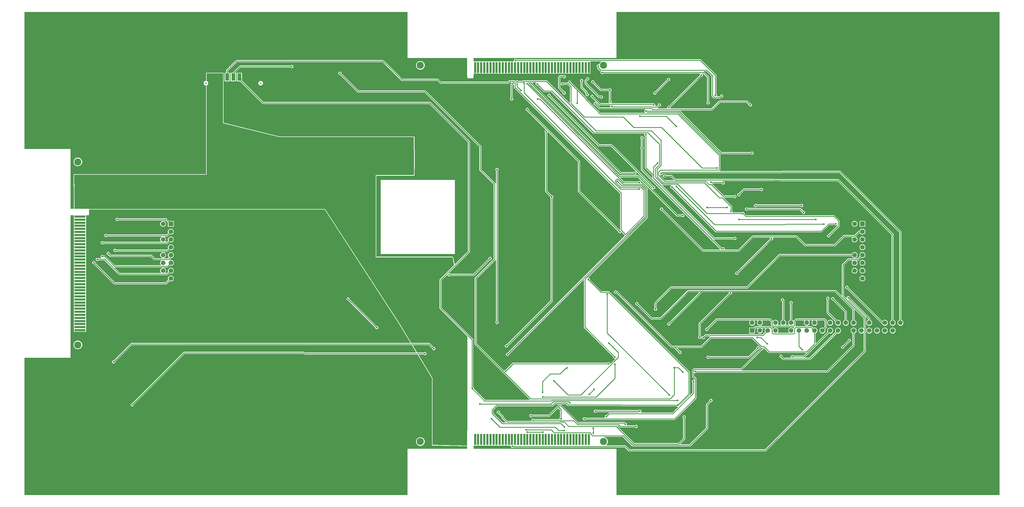
<source format=gbl>
G04*
G04 #@! TF.GenerationSoftware,Altium Limited,Altium Designer,22.11.1 (43)*
G04*
G04 Layer_Physical_Order=2*
G04 Layer_Color=16711680*
%FSLAX25Y25*%
%MOIN*%
G70*
G04*
G04 #@! TF.SameCoordinates,C01CB905-4FAA-478C-A3D6-3825F8E537A0*
G04*
G04*
G04 #@! TF.FilePolarity,Positive*
G04*
G01*
G75*
%ADD14C,0.01000*%
%ADD21R,0.02756X0.14173*%
%ADD22R,0.14173X0.02756*%
%ADD36R,0.27559X0.27559*%
%ADD37C,0.01968*%
%ADD38C,0.12992*%
%ADD39C,0.09055*%
%ADD40C,0.05906*%
%ADD41R,0.05906X0.05906*%
%ADD42R,0.05906X0.05906*%
%ADD43C,0.02362*%
%ADD44R,0.05118X0.09449*%
G36*
X491109Y561011D02*
X491234Y560710D01*
X491536Y560585D01*
X567684D01*
Y537389D01*
X567809Y537088D01*
X567994Y537011D01*
Y534671D01*
X575474D01*
Y536963D01*
X575590D01*
X575892Y537088D01*
X576017Y537389D01*
Y540526D01*
X725603D01*
Y556283D01*
X739190D01*
X739320Y555800D01*
X738938Y555579D01*
X737912Y554553D01*
X737186Y553296D01*
X736975Y552508D01*
X736385Y552236D01*
X736014Y552389D01*
X735226D01*
X734498Y552087D01*
X733941Y551530D01*
X733639Y550802D01*
Y550014D01*
X733941Y549286D01*
X734295Y548932D01*
Y547908D01*
X734396Y547401D01*
X734683Y546971D01*
X737683Y543971D01*
X738113Y543683D01*
X738620Y543583D01*
X738886D01*
X739093Y543083D01*
X738941Y542930D01*
X738639Y542202D01*
Y541414D01*
X738941Y540686D01*
X739498Y540129D01*
X740226Y539827D01*
X741014D01*
X741742Y540129D01*
X742096Y540483D01*
X865724D01*
X865931Y539983D01*
X865820Y539872D01*
X865519Y539144D01*
Y538643D01*
X826106Y499231D01*
X825606D01*
X824878Y498930D01*
X824320Y498372D01*
X824019Y497644D01*
Y496856D01*
X824152Y496533D01*
X823818Y496033D01*
X811885D01*
X811822Y496214D01*
X811802Y496533D01*
X812157Y496771D01*
X813614Y498227D01*
X814114D01*
X814842Y498528D01*
X815400Y499086D01*
X815701Y499814D01*
Y500602D01*
X815400Y501330D01*
X814842Y501888D01*
X814114Y502189D01*
X813326D01*
X812598Y501888D01*
X812041Y501330D01*
X811739Y500602D01*
Y500101D01*
X810671Y499033D01*
X808719D01*
X808385Y499534D01*
X808501Y499814D01*
Y500602D01*
X808200Y501330D01*
X807642Y501888D01*
X806914Y502189D01*
X806413D01*
X806393Y502210D01*
X805963Y502497D01*
X805456Y502598D01*
X752365D01*
X752158Y503098D01*
X752521Y503460D01*
X752822Y504188D01*
Y504977D01*
X752521Y505705D01*
X751996Y506229D01*
Y518194D01*
X752179Y518378D01*
X752481Y519106D01*
Y519894D01*
X752179Y520622D01*
X751622Y521179D01*
X750894Y521481D01*
X750106D01*
X749378Y521179D01*
X749024Y520825D01*
X739617D01*
X730549Y529893D01*
Y530394D01*
X730247Y531122D01*
X729690Y531679D01*
X728962Y531981D01*
X728174D01*
X727446Y531679D01*
X726888Y531122D01*
X726587Y530394D01*
Y529606D01*
X726888Y528878D01*
X727446Y528321D01*
X728174Y528019D01*
X728674D01*
X738131Y518563D01*
X738560Y518275D01*
X739068Y518175D01*
X749024D01*
X749345Y517853D01*
Y505888D01*
X749162Y505705D01*
X748860Y504977D01*
Y504188D01*
X749162Y503460D01*
X749524Y503098D01*
X749317Y502598D01*
X738277D01*
X729481Y511393D01*
Y511894D01*
X729179Y512622D01*
X728622Y513179D01*
X727894Y513481D01*
X727106D01*
X726378Y513179D01*
X725820Y512622D01*
X725519Y511894D01*
Y511106D01*
X725820Y510378D01*
X726378Y509821D01*
X727106Y509519D01*
X727607D01*
X736791Y500335D01*
X737220Y500048D01*
X737728Y499947D01*
X750748D01*
X751082Y499447D01*
X750939Y499102D01*
Y498314D01*
X751097Y497933D01*
X750763Y497434D01*
X737941D01*
X733481Y501893D01*
Y502394D01*
X733180Y503122D01*
X732622Y503680D01*
X731894Y503981D01*
X731106D01*
X730378Y503680D01*
X729820Y503122D01*
X729519Y502394D01*
Y501606D01*
X729820Y500878D01*
X730378Y500320D01*
X731106Y500019D01*
X731607D01*
X736455Y495171D01*
X736885Y494883D01*
X737392Y494783D01*
X795527D01*
X795626Y494283D01*
X795378Y494179D01*
X794820Y493622D01*
X794519Y492894D01*
Y492106D01*
X794820Y491378D01*
X795378Y490821D01*
X795562Y490744D01*
X795462Y490244D01*
X738467D01*
X720713Y507999D01*
Y508708D01*
X720612Y509215D01*
X720325Y509646D01*
X709447Y520523D01*
X700569Y529401D01*
Y529902D01*
X700267Y530630D01*
X699710Y531187D01*
X698982Y531489D01*
X698194D01*
X697465Y531187D01*
X696908Y530630D01*
X696606Y529902D01*
Y529114D01*
X696414Y528826D01*
X690881D01*
X690622Y529084D01*
X689894Y529386D01*
X689106D01*
X688378Y529084D01*
X687820Y528527D01*
X687519Y527799D01*
Y527011D01*
X687820Y526283D01*
X688378Y525725D01*
X689106Y525424D01*
X689894D01*
X690622Y525725D01*
X691071Y526174D01*
X696479D01*
X699295Y523359D01*
Y503261D01*
X698833Y503070D01*
X670297Y531605D01*
X669867Y531893D01*
X669360Y531993D01*
X639472D01*
X638965Y531893D01*
X638535Y531605D01*
X638242Y531312D01*
X632938D01*
X632584Y531666D01*
X631856Y531968D01*
X631068D01*
X630340Y531666D01*
X629806Y531132D01*
X629332Y531605D01*
X628902Y531893D01*
X628395Y531993D01*
X621900D01*
X621393Y531893D01*
X620963Y531605D01*
X619683Y530326D01*
X534263D01*
X531183Y533405D01*
X530753Y533693D01*
X530246Y533793D01*
X484581D01*
X460937Y557437D01*
X460507Y557725D01*
X460000Y557826D01*
X272000D01*
X271493Y557725D01*
X271063Y557437D01*
X259236Y545611D01*
X258949Y545180D01*
X258848Y544673D01*
Y541705D01*
X256814D01*
Y530657D01*
X263532D01*
Y541705D01*
X261499D01*
Y544124D01*
X272549Y555174D01*
X459451D01*
X483095Y531531D01*
X483525Y531244D01*
X484032Y531143D01*
X529697D01*
X532776Y528063D01*
X533207Y527775D01*
X533714Y527674D01*
X533714Y527674D01*
X620232D01*
X620740Y527775D01*
X621170Y528063D01*
X622449Y529343D01*
X624293D01*
X624627Y528843D01*
X624519Y528581D01*
Y528080D01*
X623563Y527124D01*
X623275Y526694D01*
X623174Y526187D01*
Y509476D01*
X622821Y509122D01*
X622519Y508394D01*
Y507606D01*
X622821Y506878D01*
X623378Y506320D01*
X624106Y506019D01*
X624894D01*
X625622Y506320D01*
X626180Y506878D01*
X626481Y507606D01*
Y508394D01*
X626180Y509122D01*
X625826Y509476D01*
Y525638D01*
X626393Y526206D01*
X626894D01*
X627156Y526314D01*
X627656Y525980D01*
Y522633D01*
X627757Y522126D01*
X628044Y521696D01*
X628630Y521110D01*
X629060Y520823D01*
X629363Y520762D01*
X763550Y386575D01*
Y339914D01*
X763050Y339882D01*
X738143Y364789D01*
X737713Y365076D01*
X737206Y365177D01*
X737197D01*
X712260Y390114D01*
Y428074D01*
X712159Y428581D01*
X711872Y429011D01*
X646481Y494402D01*
Y494894D01*
X646179Y495622D01*
X645622Y496179D01*
X644894Y496481D01*
X644106D01*
X643378Y496179D01*
X642821Y495622D01*
X642519Y494894D01*
Y494106D01*
X642821Y493378D01*
X643378Y492821D01*
X644106Y492519D01*
X644615D01*
X668257Y468878D01*
X668139Y468288D01*
X667878Y468180D01*
X667320Y467622D01*
X667019Y466894D01*
Y466106D01*
X667320Y465378D01*
X667674Y465024D01*
Y389500D01*
X667775Y388993D01*
X668063Y388563D01*
X674019Y382607D01*
Y382106D01*
X674320Y381378D01*
X674675Y381024D01*
Y249874D01*
X618107Y193306D01*
X617606D01*
X616878Y193005D01*
X616320Y192447D01*
X616019Y191719D01*
Y190931D01*
X616320Y190203D01*
X616878Y189646D01*
X617606Y189344D01*
X618394D01*
X619122Y189646D01*
X619679Y190203D01*
X619981Y190931D01*
Y191432D01*
X676937Y248388D01*
X677224Y248818D01*
X677325Y249325D01*
Y381024D01*
X677679Y381378D01*
X677981Y382106D01*
Y382894D01*
X677679Y383622D01*
X677122Y384179D01*
X676394Y384481D01*
X675893D01*
X670326Y390049D01*
Y465024D01*
X670680Y465378D01*
X670788Y465639D01*
X671378Y465757D01*
X709609Y427525D01*
Y389565D01*
X709710Y389058D01*
X709998Y388628D01*
X735711Y362914D01*
X736141Y362627D01*
X736648Y362526D01*
X736657D01*
X761198Y337984D01*
Y337484D01*
X761500Y336756D01*
X762057Y336198D01*
X762785Y335897D01*
X763574D01*
X764302Y336198D01*
X764859Y336756D01*
X765022Y337148D01*
X765611Y337265D01*
X769107Y333769D01*
X769537Y333482D01*
X769600Y333470D01*
X769765Y332927D01*
X619327Y182489D01*
X618826D01*
X618098Y182187D01*
X617541Y181630D01*
X617239Y180902D01*
Y180114D01*
X617541Y179386D01*
X618098Y178829D01*
X618826Y178527D01*
X619614D01*
X620342Y178829D01*
X620900Y179386D01*
X621201Y180114D01*
Y180615D01*
X716713Y276126D01*
X717174Y275935D01*
Y215500D01*
X717275Y214993D01*
X717563Y214563D01*
X755019Y177107D01*
Y176606D01*
X755320Y175878D01*
X755878Y175320D01*
X756606Y175019D01*
X756939D01*
X757146Y174519D01*
X751301Y168674D01*
X750801Y168881D01*
Y169002D01*
X750500Y169730D01*
X749942Y170288D01*
X749214Y170589D01*
X748426D01*
X747698Y170288D01*
X747344Y169933D01*
X626608D01*
X626101Y169833D01*
X625671Y169545D01*
X617111Y160986D01*
X616610D01*
X615882Y160684D01*
X615325Y160127D01*
X615217Y159865D01*
X614627Y159748D01*
X579825Y194549D01*
Y277451D01*
X603937Y301563D01*
X603995Y301649D01*
X604495Y301497D01*
Y223184D01*
X604141Y222830D01*
X603839Y222102D01*
Y221314D01*
X604141Y220586D01*
X604698Y220028D01*
X605426Y219727D01*
X606214D01*
X606942Y220028D01*
X607500Y220586D01*
X607801Y221314D01*
Y222102D01*
X607500Y222830D01*
X607146Y223184D01*
Y416232D01*
X607500Y416586D01*
X607801Y417314D01*
Y418102D01*
X607500Y418830D01*
X606942Y419387D01*
X606214Y419689D01*
X605426D01*
X604698Y419387D01*
X604141Y418830D01*
X603839Y418102D01*
Y417314D01*
X604141Y416586D01*
X604495Y416232D01*
Y400022D01*
X603995Y399870D01*
X603937Y399956D01*
X585825Y418068D01*
Y447000D01*
X585725Y447507D01*
X585437Y447937D01*
X514937Y518437D01*
X514507Y518725D01*
X514000Y518825D01*
X428549D01*
X406481Y540893D01*
Y541394D01*
X406180Y542122D01*
X405622Y542680D01*
X404894Y542981D01*
X404106D01*
X403378Y542680D01*
X402820Y542122D01*
X402519Y541394D01*
Y540606D01*
X402820Y539878D01*
X403378Y539321D01*
X404106Y539019D01*
X404607D01*
X427063Y516563D01*
X427493Y516275D01*
X428000Y516175D01*
X513451D01*
X583175Y446451D01*
Y417519D01*
X583275Y417012D01*
X583563Y416582D01*
X601675Y398470D01*
Y303049D01*
X577563Y278937D01*
X577275Y278507D01*
X577175Y278000D01*
Y194000D01*
X577275Y193493D01*
X577563Y193063D01*
X647800Y122826D01*
X647593Y122326D01*
X590549D01*
X582068Y130807D01*
X582068Y130807D01*
X576170Y136704D01*
X576235Y136860D01*
Y137648D01*
X575934Y138376D01*
X575376Y138934D01*
X575325Y138955D01*
Y199708D01*
X575225Y200215D01*
X574937Y200645D01*
X534844Y240738D01*
Y275470D01*
X542019Y282644D01*
X542519Y282437D01*
Y282106D01*
X542821Y281378D01*
X543378Y280820D01*
X544106Y280519D01*
X544894D01*
X545622Y280820D01*
X545976Y281174D01*
X576000D01*
X576507Y281275D01*
X576937Y281563D01*
X596893Y301519D01*
X597394D01*
X598122Y301820D01*
X598679Y302378D01*
X598981Y303106D01*
Y303894D01*
X598679Y304622D01*
X598122Y305180D01*
X597394Y305481D01*
X596606D01*
X595878Y305180D01*
X595320Y304622D01*
X595019Y303894D01*
Y303393D01*
X575451Y283825D01*
X545976D01*
X545622Y284179D01*
X544894Y284481D01*
X544563D01*
X544356Y284981D01*
X570937Y311563D01*
X571225Y311993D01*
X571325Y312500D01*
Y452914D01*
X571225Y453421D01*
X570937Y453852D01*
X520852Y503937D01*
X520422Y504225D01*
X519914Y504325D01*
X306770D01*
X279306Y531790D01*
Y534122D01*
X279280Y534250D01*
Y541705D01*
X272562D01*
Y530657D01*
X276807D01*
X277043Y530304D01*
X305284Y502063D01*
X305714Y501775D01*
X306221Y501675D01*
X519365D01*
X568675Y452365D01*
Y313049D01*
X551969Y296344D01*
X551489Y296484D01*
X549566Y305176D01*
X549537Y305242D01*
X549523Y305312D01*
X549474Y305386D01*
X549438Y305468D01*
X549386Y305517D01*
X549346Y305577D01*
X549272Y305626D01*
X549208Y305688D01*
X549141Y305714D01*
X549082Y305754D01*
X548995Y305771D01*
X548912Y305803D01*
X548840Y305802D01*
X548770Y305816D01*
X451316D01*
Y409742D01*
X499499D01*
X499652Y409773D01*
X499805Y409802D01*
X499808Y409804D01*
X499811Y409804D01*
X499941Y409891D01*
X500071Y409976D01*
X500073Y409979D01*
X500076Y409981D01*
X500163Y410111D01*
X500250Y410239D01*
X500251Y410243D01*
X500253Y410246D01*
X500283Y410399D01*
X500315Y410551D01*
X500448Y426459D01*
X500446Y426465D01*
X500448Y426472D01*
X500177Y459187D01*
X500145Y459339D01*
X500115Y459492D01*
X500113Y459495D01*
X500112Y459499D01*
X500025Y459627D01*
X499938Y459757D01*
X499935Y459759D01*
X499933Y459762D01*
X499803Y459847D01*
X499674Y459934D01*
X499670Y459935D01*
X499667Y459937D01*
X499515Y459966D01*
X499361Y459996D01*
X327124D01*
X255674Y477639D01*
Y540905D01*
X255658Y540984D01*
Y541705D01*
X254937D01*
X254858Y541721D01*
X233992D01*
X233913Y541705D01*
X233192D01*
Y540984D01*
X233176Y540905D01*
Y531260D01*
X232619D01*
X231868Y531059D01*
X231195Y530670D01*
X230645Y530120D01*
X230256Y529447D01*
X230055Y528696D01*
Y527918D01*
X230256Y527167D01*
X230645Y526494D01*
X231195Y525944D01*
X231868Y525556D01*
X232619Y525354D01*
X233176D01*
Y411725D01*
X64609D01*
X64607Y411724D01*
X64605Y411725D01*
X64451Y411693D01*
X64297Y411662D01*
X64295Y411661D01*
X64293Y411661D01*
X64163Y411573D01*
X64032Y411486D01*
X64031Y411484D01*
X64029Y411482D01*
X63677Y411127D01*
X63676Y411125D01*
X63674Y411124D01*
X63588Y410992D01*
X63502Y410861D01*
X63502Y410859D01*
X63500Y410857D01*
X63471Y410703D01*
X63442Y410549D01*
X63442Y410547D01*
X63442Y410545D01*
X63767Y380235D01*
Y374803D01*
Y370866D01*
Y367368D01*
X59481D01*
Y443504D01*
X59356Y443805D01*
X59055Y443930D01*
X426D01*
Y619653D01*
X491109D01*
Y561011D01*
D02*
G37*
G36*
X1249574Y426D02*
X758891Y426D01*
Y59055D01*
X758766Y59357D01*
X758464Y59481D01*
X575780D01*
Y63767D01*
X623336D01*
X623670Y63267D01*
X623519Y62902D01*
Y62114D01*
X623820Y61386D01*
X624378Y60829D01*
X625106Y60527D01*
X625894D01*
X626622Y60829D01*
X626976Y61183D01*
X769652D01*
X774163Y56671D01*
X774593Y56384D01*
X775101Y56283D01*
X949720D01*
X950227Y56384D01*
X950657Y56671D01*
X1077857Y183871D01*
X1078145Y184301D01*
X1078246Y184808D01*
X1078246Y184808D01*
Y227408D01*
X1078145Y227915D01*
X1077857Y228345D01*
X1055694Y250508D01*
X1055861Y251049D01*
X1056042Y251084D01*
X1081273Y225853D01*
Y224672D01*
X1081150Y224639D01*
X1080294Y224145D01*
X1079595Y223446D01*
X1079101Y222590D01*
X1078846Y221636D01*
Y220648D01*
X1079101Y219693D01*
X1079595Y218838D01*
X1080294Y218139D01*
X1081150Y217645D01*
X1082104Y217389D01*
X1083092D01*
X1084047Y217645D01*
X1084903Y218139D01*
X1085601Y218838D01*
X1086095Y219693D01*
X1086351Y220648D01*
Y221636D01*
X1086095Y222590D01*
X1085601Y223446D01*
X1084903Y224145D01*
X1084047Y224639D01*
X1083924Y224672D01*
Y226402D01*
X1083823Y226909D01*
X1083536Y227339D01*
X1057686Y253189D01*
Y253689D01*
X1057384Y254417D01*
X1056827Y254975D01*
X1056099Y255276D01*
X1055311D01*
X1054583Y254975D01*
X1054025Y254417D01*
X1053724Y253689D01*
Y253186D01*
X1053224Y252979D01*
X1050246Y255957D01*
Y294866D01*
X1056369Y300989D01*
X1060934D01*
X1061125Y300527D01*
X1060895Y300296D01*
X1060401Y299441D01*
X1060145Y298486D01*
Y297498D01*
X1060401Y296544D01*
X1060895Y295688D01*
X1061594Y294989D01*
X1062449Y294495D01*
X1063404Y294239D01*
X1064392D01*
X1065346Y294495D01*
X1066202Y294989D01*
X1066901Y295688D01*
X1067395Y296544D01*
X1067651Y297498D01*
Y298486D01*
X1067395Y299441D01*
X1066901Y300296D01*
X1066670Y300527D01*
X1066861Y300989D01*
X1068220D01*
X1068727Y301090D01*
X1069157Y301377D01*
X1072339Y304559D01*
X1072449Y304495D01*
X1073404Y304240D01*
X1074392D01*
X1075346Y304495D01*
X1076202Y304989D01*
X1076901Y305688D01*
X1077395Y306544D01*
X1077651Y307498D01*
Y308486D01*
X1077395Y309441D01*
X1076901Y310297D01*
X1076202Y310995D01*
X1075346Y311489D01*
X1074392Y311745D01*
X1073404D01*
X1072449Y311489D01*
X1071593Y310995D01*
X1070895Y310297D01*
X1070401Y309441D01*
X1070145Y308486D01*
Y307498D01*
X1070401Y306544D01*
X1070464Y306433D01*
X1067671Y303640D01*
X1055820D01*
X1055313Y303539D01*
X1054883Y303252D01*
X1047983Y296352D01*
X1047696Y295922D01*
X1047595Y295415D01*
Y256118D01*
X1047133Y255926D01*
X1040351Y262708D01*
X1039921Y262995D01*
X1039414Y263096D01*
X850770D01*
X850263Y262995D01*
X849833Y262708D01*
X814951Y227825D01*
X804549D01*
X786981Y245393D01*
Y245894D01*
X786680Y246622D01*
X786122Y247180D01*
X785394Y247481D01*
X784606D01*
X783878Y247180D01*
X783321Y246622D01*
X783019Y245894D01*
Y245106D01*
X783321Y244378D01*
X783878Y243821D01*
X784606Y243519D01*
X785107D01*
X803063Y225563D01*
X803493Y225275D01*
X804000Y225174D01*
X815500D01*
X816007Y225275D01*
X816437Y225563D01*
X851320Y260445D01*
X864417D01*
X864608Y259983D01*
X826106Y221481D01*
X825606D01*
X824878Y221180D01*
X824320Y220622D01*
X824019Y219894D01*
Y219106D01*
X824320Y218378D01*
X824878Y217821D01*
X825606Y217519D01*
X826394D01*
X827122Y217821D01*
X827679Y218378D01*
X827981Y219106D01*
Y219607D01*
X868819Y260445D01*
X902547D01*
X902881Y259945D01*
X902739Y259602D01*
Y259101D01*
X864483Y220845D01*
X864196Y220415D01*
X864095Y219908D01*
Y203984D01*
X863741Y203630D01*
X863439Y202902D01*
Y202114D01*
X863741Y201386D01*
X864298Y200829D01*
X865026Y200527D01*
X865814D01*
X866542Y200829D01*
X867100Y201386D01*
X867401Y202114D01*
Y202902D01*
X867100Y203630D01*
X866746Y203984D01*
Y219359D01*
X904613Y257227D01*
X905114D01*
X905842Y257528D01*
X906400Y258086D01*
X906701Y258814D01*
Y259602D01*
X906559Y259945D01*
X906893Y260445D01*
X1038865D01*
X1061273Y238037D01*
Y224672D01*
X1061150Y224639D01*
X1060294Y224145D01*
X1059595Y223446D01*
X1059101Y222590D01*
X1058846Y221636D01*
Y220648D01*
X1059101Y219693D01*
X1059595Y218838D01*
X1060294Y218139D01*
X1061150Y217645D01*
X1062104Y217389D01*
X1063092D01*
X1064047Y217645D01*
X1064903Y218139D01*
X1065601Y218838D01*
X1066095Y219693D01*
X1066351Y220648D01*
Y221636D01*
X1066095Y222590D01*
X1065601Y223446D01*
X1064903Y224145D01*
X1064047Y224639D01*
X1063924Y224672D01*
Y237877D01*
X1064386Y238068D01*
X1075595Y226859D01*
Y214106D01*
X1075133Y213915D01*
X1074903Y214145D01*
X1074047Y214639D01*
X1073092Y214895D01*
X1072104D01*
X1071150Y214639D01*
X1070294Y214145D01*
X1069595Y213446D01*
X1069101Y212591D01*
X1068846Y211636D01*
Y210648D01*
X1069101Y209694D01*
X1069595Y208838D01*
X1070294Y208139D01*
X1071150Y207645D01*
X1072104Y207389D01*
X1073092D01*
X1074047Y207645D01*
X1074903Y208139D01*
X1075133Y208369D01*
X1075595Y208178D01*
Y185357D01*
X949171Y58934D01*
X775650D01*
X771138Y63445D01*
X770708Y63733D01*
X770201Y63833D01*
X745541D01*
X745411Y64316D01*
X745707Y64487D01*
X746734Y65513D01*
X747459Y66770D01*
X747835Y68172D01*
Y69624D01*
X747459Y71025D01*
X746734Y72282D01*
X745707Y73308D01*
X744450Y74034D01*
X743150Y74383D01*
X743216Y74883D01*
X766871D01*
X778883Y62871D01*
X779313Y62584D01*
X779820Y62483D01*
X852808D01*
X853315Y62584D01*
X853745Y62871D01*
X875937Y85063D01*
X876225Y85493D01*
X876326Y86000D01*
Y115951D01*
X879893Y119519D01*
X880394D01*
X881122Y119820D01*
X881680Y120378D01*
X881981Y121106D01*
Y121894D01*
X881680Y122622D01*
X881122Y123179D01*
X880394Y123481D01*
X879606D01*
X878878Y123179D01*
X878321Y122622D01*
X878019Y121894D01*
Y121393D01*
X874063Y117437D01*
X873775Y117007D01*
X873674Y116500D01*
Y86549D01*
X852259Y65134D01*
X840661D01*
X840470Y65595D01*
X846437Y71563D01*
X846725Y71993D01*
X846825Y72500D01*
Y99024D01*
X847179Y99378D01*
X847481Y100106D01*
Y100894D01*
X847179Y101622D01*
X846622Y102180D01*
X845894Y102481D01*
X845106D01*
X844378Y102180D01*
X843820Y101622D01*
X843519Y100894D01*
Y100106D01*
X843820Y99378D01*
X844174Y99024D01*
Y73049D01*
X838112Y66986D01*
X781888D01*
X760154Y88721D01*
X760345Y89183D01*
X761071D01*
X762983Y87271D01*
X763413Y86984D01*
X763920Y86883D01*
X782544D01*
X782898Y86528D01*
X783626Y86227D01*
X784414D01*
X785142Y86528D01*
X785700Y87086D01*
X786001Y87814D01*
Y88602D01*
X785700Y89330D01*
X785142Y89887D01*
X784414Y90189D01*
X783626D01*
X782898Y89887D01*
X782544Y89534D01*
X772401D01*
X772102Y90034D01*
X772301Y90514D01*
Y91302D01*
X772000Y92030D01*
X771442Y92588D01*
X770714Y92889D01*
X770214D01*
X769557Y93545D01*
X769127Y93833D01*
X768620Y93933D01*
X710269D01*
X688784Y115419D01*
X688354Y115706D01*
X687847Y115807D01*
X684893D01*
X684386Y115706D01*
X683956Y115419D01*
X671771Y103234D01*
X650558D01*
X650204Y103587D01*
X649476Y103889D01*
X648688D01*
X647960Y103587D01*
X647402Y103030D01*
X647101Y102302D01*
Y101514D01*
X647402Y100786D01*
X647960Y100229D01*
X648688Y99927D01*
X649476D01*
X650204Y100229D01*
X650558Y100583D01*
X672320D01*
X672827Y100683D01*
X673257Y100971D01*
X683599Y111313D01*
X684189Y111195D01*
X684320Y110878D01*
X684878Y110320D01*
X685606Y110019D01*
X686106D01*
X686667Y109459D01*
Y99557D01*
X686313Y99203D01*
X686011Y98475D01*
Y97687D01*
X685957Y97607D01*
X653198D01*
X652844Y97961D01*
X652116Y98262D01*
X651328D01*
X650600Y97961D01*
X650043Y97403D01*
X649741Y96675D01*
Y95887D01*
X649849Y95626D01*
X649515Y95126D01*
X619249D01*
X614556Y99819D01*
Y100770D01*
X614455Y101277D01*
X614168Y101707D01*
X609481Y106393D01*
Y106894D01*
X609179Y107622D01*
X608622Y108179D01*
X607894Y108481D01*
X607106D01*
X606378Y108179D01*
X605821Y107622D01*
X605519Y106894D01*
Y106106D01*
X605821Y105378D01*
X606378Y104821D01*
X607106Y104519D01*
X607607D01*
X611905Y100221D01*
Y99270D01*
X612006Y98762D01*
X612293Y98332D01*
X616838Y93787D01*
X616647Y93326D01*
X613049D01*
X600826Y105549D01*
Y108951D01*
X605749Y113874D01*
X676826D01*
X677333Y113975D01*
X677763Y114263D01*
X680256Y116756D01*
X694206D01*
X695946Y115016D01*
X696159Y114874D01*
X696372Y114730D01*
X696374Y114730D01*
X696376Y114729D01*
X696628Y114679D01*
X696879Y114628D01*
X835987Y114149D01*
X836346Y113789D01*
X837074Y113488D01*
X837406D01*
X837613Y112988D01*
X830451Y105825D01*
X790438D01*
X790231Y106325D01*
X790582Y106676D01*
X790884Y107404D01*
Y108193D01*
X790582Y108921D01*
X790025Y109478D01*
X789297Y109780D01*
X788509D01*
X787780Y109478D01*
X787426Y109124D01*
X733268D01*
X732914Y109478D01*
X732186Y109780D01*
X731398D01*
X730670Y109478D01*
X730113Y108921D01*
X729811Y108193D01*
Y107404D01*
X730113Y106676D01*
X730670Y106119D01*
X731398Y105817D01*
X732186D01*
X732914Y106119D01*
X733268Y106473D01*
X787094D01*
X787192Y106325D01*
X786926Y105825D01*
X749500D01*
X748993Y105725D01*
X748563Y105437D01*
X746106Y102981D01*
X745606D01*
X744878Y102680D01*
X744320Y102122D01*
X744019Y101394D01*
Y100606D01*
X744320Y99878D01*
X744411Y99787D01*
X744219Y99326D01*
X718976D01*
X718622Y99679D01*
X717894Y99981D01*
X717106D01*
X716378Y99679D01*
X715821Y99122D01*
X715519Y98394D01*
Y97606D01*
X715821Y96878D01*
X716378Y96320D01*
X717106Y96019D01*
X717894D01*
X718622Y96320D01*
X718976Y96675D01*
X833412D01*
X833919Y96775D01*
X834349Y97063D01*
X860957Y123671D01*
X861245Y124101D01*
X861346Y124608D01*
Y149608D01*
X861245Y150115D01*
X860957Y150545D01*
X858346Y153157D01*
Y156409D01*
X858846Y156743D01*
X859126Y156627D01*
X859914D01*
X860642Y156929D01*
X860996Y157283D01*
X1029020D01*
X1029527Y157384D01*
X1029957Y157671D01*
X1063536Y191249D01*
X1063823Y191679D01*
X1063924Y192186D01*
Y207612D01*
X1064047Y207645D01*
X1064903Y208139D01*
X1065601Y208838D01*
X1066095Y209694D01*
X1066351Y210648D01*
Y211636D01*
X1066095Y212591D01*
X1065601Y213446D01*
X1064903Y214145D01*
X1064047Y214639D01*
X1063092Y214895D01*
X1062104D01*
X1061150Y214639D01*
X1060294Y214145D01*
X1059595Y213446D01*
X1059101Y212591D01*
X1058846Y211636D01*
Y210648D01*
X1059101Y209694D01*
X1059595Y208838D01*
X1060294Y208139D01*
X1061150Y207645D01*
X1061273Y207612D01*
Y192735D01*
X1028471Y159933D01*
X919653D01*
X919502Y160433D01*
X919557Y160471D01*
X944913Y185827D01*
X945414D01*
X946142Y186128D01*
X946700Y186686D01*
X947001Y187414D01*
Y188202D01*
X946756Y188794D01*
X946958Y189193D01*
X947050Y189286D01*
X947337Y189321D01*
X953576Y183082D01*
X954006Y182794D01*
X954514Y182693D01*
X1001622D01*
X1001813Y182231D01*
X998407Y178825D01*
X985476D01*
X985122Y179180D01*
X984394Y179481D01*
X983606D01*
X982878Y179180D01*
X982320Y178622D01*
X982019Y177894D01*
Y177106D01*
X982132Y176833D01*
X981798Y176333D01*
X973269D01*
X971501Y178101D01*
Y178602D01*
X971200Y179330D01*
X970642Y179887D01*
X969914Y180189D01*
X969126D01*
X968398Y179887D01*
X967841Y179330D01*
X967539Y178602D01*
Y177814D01*
X967841Y177086D01*
X968398Y176529D01*
X969126Y176227D01*
X969627D01*
X971783Y174071D01*
X972213Y173784D01*
X972720Y173683D01*
X1006464D01*
X1006972Y173784D01*
X1007402Y174071D01*
X1041039Y207709D01*
X1041150Y207645D01*
X1042104Y207389D01*
X1043092D01*
X1044047Y207645D01*
X1044903Y208139D01*
X1045601Y208838D01*
X1046095Y209694D01*
X1046351Y210648D01*
Y211636D01*
X1046095Y212591D01*
X1045601Y213446D01*
X1044903Y214145D01*
X1044047Y214639D01*
X1043092Y214895D01*
X1042104D01*
X1041150Y214639D01*
X1040294Y214145D01*
X1039595Y213446D01*
X1039101Y212591D01*
X1038846Y211636D01*
Y210648D01*
X1039101Y209694D01*
X1039165Y209583D01*
X1005915Y176333D01*
X1000371D01*
X1000164Y176833D01*
X1031040Y207709D01*
X1031150Y207645D01*
X1032104Y207389D01*
X1033092D01*
X1034047Y207645D01*
X1034903Y208139D01*
X1035601Y208838D01*
X1036095Y209694D01*
X1036351Y210648D01*
Y211636D01*
X1036095Y212591D01*
X1035601Y213446D01*
X1034903Y214145D01*
X1034047Y214639D01*
X1033092Y214895D01*
X1032104D01*
X1031150Y214639D01*
X1030294Y214145D01*
X1029595Y213446D01*
X1029101Y212591D01*
X1028846Y211636D01*
Y210648D01*
X1029101Y209694D01*
X1029165Y209583D01*
X1014386Y194804D01*
X1013924Y194996D01*
Y207612D01*
X1014047Y207645D01*
X1014903Y208139D01*
X1015601Y208838D01*
X1016095Y209694D01*
X1016351Y210648D01*
Y211636D01*
X1016095Y212591D01*
X1015601Y213446D01*
X1014903Y214145D01*
X1014047Y214639D01*
X1013092Y214895D01*
X1012104D01*
X1011150Y214639D01*
X1011040Y214575D01*
X1009270Y216345D01*
X1008840Y216633D01*
X1008332Y216734D01*
X988651D01*
X988224Y216649D01*
X988117Y216742D01*
X988027Y216852D01*
X987916Y217058D01*
X988145Y217401D01*
X988246Y217908D01*
Y222459D01*
X989869Y224083D01*
X999578D01*
X999770Y223621D01*
X999595Y223446D01*
X999101Y222590D01*
X998846Y221636D01*
Y220648D01*
X999101Y219693D01*
X999595Y218838D01*
X1000294Y218139D01*
X1001150Y217645D01*
X1002104Y217389D01*
X1003092D01*
X1004047Y217645D01*
X1004903Y218139D01*
X1005601Y218838D01*
X1006095Y219693D01*
X1006351Y220648D01*
Y221636D01*
X1006095Y222590D01*
X1005601Y223446D01*
X1005427Y223621D01*
X1005618Y224083D01*
X1009578D01*
X1009770Y223621D01*
X1009595Y223446D01*
X1009101Y222590D01*
X1008846Y221636D01*
Y220648D01*
X1009101Y219693D01*
X1009595Y218838D01*
X1010294Y218139D01*
X1011150Y217645D01*
X1012104Y217389D01*
X1013092D01*
X1014047Y217645D01*
X1014903Y218139D01*
X1015601Y218838D01*
X1016095Y219693D01*
X1016351Y220648D01*
Y221636D01*
X1016095Y222590D01*
X1015601Y223446D01*
X1015427Y223621D01*
X1015618Y224083D01*
X1024871D01*
X1025595Y223359D01*
Y216013D01*
X1024157Y214575D01*
X1024047Y214639D01*
X1023092Y214895D01*
X1022104D01*
X1021150Y214639D01*
X1020294Y214145D01*
X1019595Y213446D01*
X1019101Y212591D01*
X1018846Y211636D01*
Y210648D01*
X1019101Y209694D01*
X1019595Y208838D01*
X1020294Y208139D01*
X1021150Y207645D01*
X1022104Y207389D01*
X1023092D01*
X1024047Y207645D01*
X1024903Y208139D01*
X1025601Y208838D01*
X1026095Y209694D01*
X1026351Y210648D01*
Y211636D01*
X1026095Y212591D01*
X1026032Y212701D01*
X1027857Y214527D01*
X1028145Y214957D01*
X1028246Y215464D01*
Y223908D01*
X1028145Y224415D01*
X1027857Y224845D01*
X1026357Y226345D01*
X1025927Y226633D01*
X1025420Y226733D01*
X989320D01*
X988813Y226633D01*
X988383Y226345D01*
X985983Y223945D01*
X985913Y223841D01*
X985276Y223772D01*
X984903Y224145D01*
X984047Y224639D01*
X983924Y224672D01*
Y245425D01*
X984278Y245779D01*
X984579Y246508D01*
Y247296D01*
X984278Y248024D01*
X983720Y248581D01*
X982992Y248883D01*
X982204D01*
X981476Y248581D01*
X980919Y248024D01*
X980617Y247296D01*
Y246508D01*
X980919Y245779D01*
X981273Y245425D01*
Y224672D01*
X981150Y224639D01*
X980294Y224145D01*
X979595Y223446D01*
X979101Y222590D01*
X978846Y221636D01*
Y220648D01*
X979101Y219693D01*
X979595Y218838D01*
X979757Y218677D01*
X979565Y218215D01*
X975632D01*
X975440Y218677D01*
X975601Y218838D01*
X976095Y219693D01*
X976351Y220648D01*
Y221636D01*
X976095Y222590D01*
X975601Y223446D01*
X974903Y224145D01*
X974047Y224639D01*
X973924Y224672D01*
Y249430D01*
X973924Y249430D01*
X973823Y249937D01*
X973536Y250367D01*
X973501Y250401D01*
Y250902D01*
X973200Y251630D01*
X972642Y252187D01*
X971914Y252489D01*
X971126D01*
X970398Y252187D01*
X969841Y251630D01*
X969539Y250902D01*
Y250114D01*
X969841Y249386D01*
X970398Y248829D01*
X971126Y248527D01*
X971273D01*
Y224672D01*
X971150Y224639D01*
X970294Y224145D01*
X969595Y223446D01*
X969101Y222590D01*
X968846Y221636D01*
Y220648D01*
X969101Y219693D01*
X969595Y218838D01*
X969757Y218677D01*
X969565Y218215D01*
X965631D01*
X965440Y218677D01*
X965601Y218838D01*
X966095Y219693D01*
X966351Y220648D01*
Y221636D01*
X966095Y222590D01*
X965601Y223446D01*
X964903Y224145D01*
X964047Y224639D01*
X963092Y224895D01*
X962104D01*
X961150Y224639D01*
X960294Y224145D01*
X959753Y223604D01*
X959425Y223499D01*
X959105Y223597D01*
X956357Y226345D01*
X955927Y226633D01*
X955420Y226733D01*
X887220D01*
X886713Y226633D01*
X886283Y226345D01*
X874527Y214589D01*
X874026D01*
X873298Y214287D01*
X872741Y213730D01*
X872439Y213002D01*
Y212214D01*
X872741Y211486D01*
X873298Y210929D01*
X874026Y210627D01*
X874814D01*
X875542Y210929D01*
X876100Y211486D01*
X876401Y212214D01*
Y212715D01*
X887769Y224083D01*
X929578D01*
X929770Y223621D01*
X929595Y223446D01*
X929101Y222590D01*
X928846Y221636D01*
Y220648D01*
X929101Y219693D01*
X929595Y218838D01*
X930294Y218139D01*
X931150Y217645D01*
X932104Y217389D01*
X933092D01*
X934047Y217645D01*
X934903Y218139D01*
X935601Y218838D01*
X936095Y219693D01*
X936351Y220648D01*
Y221636D01*
X936095Y222590D01*
X935601Y223446D01*
X935427Y223621D01*
X935618Y224083D01*
X939578D01*
X939770Y223621D01*
X939595Y223446D01*
X939101Y222590D01*
X938846Y221636D01*
Y220648D01*
X939101Y219693D01*
X939595Y218838D01*
X940294Y218139D01*
X941150Y217645D01*
X942104Y217389D01*
X943092D01*
X944047Y217645D01*
X944903Y218139D01*
X945601Y218838D01*
X946095Y219693D01*
X946351Y220648D01*
Y221636D01*
X946095Y222590D01*
X945601Y223446D01*
X945427Y223621D01*
X945618Y224083D01*
X954871D01*
X956995Y221959D01*
Y217889D01*
X957096Y217382D01*
X957383Y216952D01*
X958383Y215952D01*
X958813Y215665D01*
X959320Y215564D01*
X985901D01*
X986306Y215644D01*
X986562Y215318D01*
X986600Y215232D01*
X985914Y214545D01*
X985627Y214115D01*
X985086Y213961D01*
X984903Y214145D01*
X984047Y214639D01*
X983092Y214895D01*
X982104D01*
X981150Y214639D01*
X980294Y214145D01*
X979595Y213446D01*
X979101Y212591D01*
X978846Y211636D01*
Y210648D01*
X979101Y209694D01*
X979595Y208838D01*
X979757Y208677D01*
X979565Y208215D01*
X965631D01*
X965440Y208677D01*
X965601Y208838D01*
X966095Y209694D01*
X966351Y210648D01*
Y211636D01*
X966095Y212591D01*
X965601Y213446D01*
X964903Y214145D01*
X964047Y214639D01*
X963092Y214895D01*
X962104D01*
X961150Y214639D01*
X960294Y214145D01*
X960025Y213876D01*
X959437Y213995D01*
X959283Y214227D01*
X957164Y216345D01*
X956734Y216633D01*
X956227Y216734D01*
X936864D01*
X936864Y216734D01*
X936357Y216633D01*
X935927Y216345D01*
X934477Y214895D01*
X928846D01*
Y207389D01*
X936351D01*
Y213020D01*
X937413Y214083D01*
X939578D01*
X939770Y213621D01*
X939595Y213446D01*
X939101Y212591D01*
X938846Y211636D01*
Y210648D01*
X939101Y209694D01*
X939595Y208838D01*
X940294Y208139D01*
X941150Y207645D01*
X942104Y207389D01*
X943092D01*
X944047Y207645D01*
X944903Y208139D01*
X945601Y208838D01*
X946095Y209694D01*
X946351Y210648D01*
Y211636D01*
X946095Y212591D01*
X945601Y213446D01*
X945427Y213621D01*
X945618Y214083D01*
X949578D01*
X949770Y213621D01*
X949595Y213446D01*
X949101Y212591D01*
X948846Y211636D01*
Y210648D01*
X949101Y209694D01*
X949165Y209583D01*
X945915Y206333D01*
X872820D01*
X872313Y206233D01*
X871883Y205945D01*
X870027Y204089D01*
X869526D01*
X868798Y203787D01*
X868241Y203230D01*
X867939Y202502D01*
Y201714D01*
X868241Y200986D01*
X868798Y200429D01*
X869526Y200127D01*
X870314D01*
X871042Y200429D01*
X871600Y200986D01*
X871901Y201714D01*
Y202215D01*
X873369Y203683D01*
X878611D01*
X878641Y203644D01*
X878793Y203183D01*
X867363Y191752D01*
X830122D01*
X760679Y261195D01*
X760249Y261483D01*
X759742Y261584D01*
X759222D01*
X759198Y261641D01*
X758641Y262198D01*
X757913Y262500D01*
X757125D01*
X756397Y262198D01*
X755839Y261641D01*
X755538Y260913D01*
Y260125D01*
X755839Y259397D01*
X756397Y258839D01*
X757125Y258538D01*
X757913D01*
X758641Y258839D01*
X758735Y258933D01*
X759193D01*
X828636Y189490D01*
X829066Y189202D01*
X829573Y189101D01*
X829623Y189111D01*
X829673Y189101D01*
X832524D01*
X838318Y183307D01*
Y182807D01*
X838620Y182079D01*
X839177Y181521D01*
X839905Y181220D01*
X840693D01*
X841421Y181521D01*
X841979Y182079D01*
X842280Y182807D01*
Y183595D01*
X841979Y184323D01*
X841421Y184880D01*
X840693Y185182D01*
X840193D01*
X836735Y188639D01*
X836926Y189101D01*
X867912D01*
X868419Y189202D01*
X868849Y189490D01*
X880397Y201037D01*
X932436D01*
X943615Y189858D01*
X943675Y189779D01*
X943634Y189223D01*
X943341Y188930D01*
X943039Y188202D01*
Y187701D01*
X918071Y162733D01*
X858320D01*
X857813Y162633D01*
X857383Y162345D01*
X856083Y161045D01*
X855796Y160615D01*
X855695Y160108D01*
Y152608D01*
X855796Y152101D01*
X856083Y151671D01*
X858695Y149059D01*
Y148191D01*
X858195Y147857D01*
X857894Y147981D01*
X857106D01*
X856378Y147679D01*
X855820Y147122D01*
X855519Y146394D01*
Y145606D01*
X855820Y144878D01*
X856174Y144524D01*
Y131549D01*
X840351Y115726D01*
X839808Y115890D01*
X839801Y115927D01*
X852437Y128563D01*
X852724Y128993D01*
X852825Y129500D01*
Y157641D01*
X852724Y158148D01*
X852437Y158578D01*
X790888Y220127D01*
X790888Y220127D01*
X749689Y261326D01*
X749259Y261614D01*
X748752Y261715D01*
X739660D01*
X724981Y276393D01*
Y276894D01*
X724680Y277622D01*
X724122Y278180D01*
X723394Y278481D01*
X722606D01*
X722119Y278279D01*
X721835Y278703D01*
X798557Y355425D01*
X798845Y355855D01*
X798946Y356362D01*
Y392654D01*
X798845Y393161D01*
X798557Y393591D01*
X792603Y399545D01*
X792173Y399833D01*
X791666Y399934D01*
X790707D01*
X790373Y400433D01*
X790481Y400695D01*
Y401483D01*
X790179Y402211D01*
X789622Y402769D01*
X788894Y403070D01*
X788106D01*
X787378Y402769D01*
X787024Y402415D01*
X768414D01*
X763747Y407082D01*
X763938Y407544D01*
X786263D01*
X836137Y357671D01*
X836567Y357383D01*
X837074Y357283D01*
X842244D01*
X842598Y356928D01*
X843326Y356627D01*
X844114D01*
X844842Y356928D01*
X845400Y357486D01*
X845701Y358214D01*
Y359002D01*
X845400Y359730D01*
X844842Y360287D01*
X844114Y360589D01*
X843326D01*
X842598Y360287D01*
X842244Y359933D01*
X837623D01*
X805206Y392350D01*
X805489Y392774D01*
X806106Y392519D01*
X806894D01*
X807622Y392820D01*
X808180Y393378D01*
X808481Y394106D01*
Y394894D01*
X808180Y395622D01*
X807622Y396179D01*
X806894Y396481D01*
X806394D01*
X753437Y449437D01*
X753007Y449725D01*
X752500Y449825D01*
X737049D01*
X674481Y512393D01*
Y512894D01*
X674180Y513622D01*
X673622Y514180D01*
X672894Y514481D01*
X672106D01*
X671378Y514180D01*
X670821Y513622D01*
X670519Y512894D01*
Y512106D01*
X670821Y511378D01*
X671378Y510820D01*
X672106Y510519D01*
X672607D01*
X735563Y447563D01*
X735993Y447275D01*
X736500Y447175D01*
X751951D01*
X804519Y394606D01*
Y394106D01*
X804775Y393489D01*
X804351Y393205D01*
X787749Y409807D01*
X787319Y410094D01*
X786812Y410195D01*
X763179D01*
X705009Y468366D01*
X704920Y468812D01*
X704633Y469242D01*
X646481Y527393D01*
Y527894D01*
X646179Y528622D01*
X645959Y528843D01*
X646166Y529343D01*
X647362D01*
X647696Y528843D01*
X647587Y528581D01*
Y527793D01*
X647889Y527065D01*
X648446Y526507D01*
X649174Y526206D01*
X649675D01*
X763822Y412058D01*
X764252Y411771D01*
X764760Y411670D01*
X781028D01*
X781382Y411316D01*
X782110Y411015D01*
X782898D01*
X783627Y411316D01*
X784184Y411873D01*
X784485Y412602D01*
Y413390D01*
X784184Y414118D01*
X783627Y414675D01*
X782898Y414977D01*
X782110D01*
X781382Y414675D01*
X781028Y414321D01*
X765309D01*
X651549Y528080D01*
Y528581D01*
X651441Y528843D01*
X651775Y529343D01*
X655646D01*
X655853Y528843D01*
X655541Y528530D01*
X655239Y527802D01*
Y527014D01*
X655541Y526286D01*
X656098Y525729D01*
X656826Y525427D01*
X657327D01*
X665383Y517371D01*
X665813Y517084D01*
X666320Y516983D01*
X675643D01*
X728555Y464071D01*
X728985Y463784D01*
X729492Y463683D01*
X794304D01*
X794638Y463182D01*
X794519Y462894D01*
Y462106D01*
X794820Y461378D01*
X795175Y461024D01*
Y420064D01*
X795275Y419556D01*
X795563Y419126D01*
X804995Y409694D01*
Y406787D01*
X804892Y406701D01*
X804523Y406552D01*
X792825Y418250D01*
Y444024D01*
X793179Y444378D01*
X793481Y445106D01*
Y445894D01*
X793179Y446622D01*
X792825Y446976D01*
Y457024D01*
X793179Y457378D01*
X793481Y458106D01*
Y458894D01*
X793179Y459622D01*
X792622Y460180D01*
X791894Y460481D01*
X791106D01*
X790378Y460180D01*
X789820Y459622D01*
X789519Y458894D01*
Y458106D01*
X789820Y457378D01*
X790174Y457024D01*
Y446976D01*
X789820Y446622D01*
X789519Y445894D01*
Y445106D01*
X789820Y444378D01*
X790174Y444024D01*
Y417701D01*
X790275Y417193D01*
X790563Y416763D01*
X891982Y315344D01*
X891775Y314844D01*
X870530D01*
X818481Y366893D01*
Y367394D01*
X818180Y368122D01*
X817622Y368679D01*
X816894Y368981D01*
X816106D01*
X815378Y368679D01*
X814821Y368122D01*
X814519Y367394D01*
Y366606D01*
X814821Y365878D01*
X815378Y365320D01*
X816106Y365019D01*
X816607D01*
X869044Y312582D01*
X869474Y312294D01*
X869981Y312193D01*
X915473D01*
X915980Y312294D01*
X916410Y312582D01*
X916410Y312582D01*
X933984Y330156D01*
X955293D01*
X955627Y329656D01*
X955519Y329394D01*
Y328893D01*
X913107Y286481D01*
X912606D01*
X911878Y286179D01*
X911320Y285622D01*
X911019Y284894D01*
Y284106D01*
X911320Y283378D01*
X911878Y282821D01*
X912606Y282519D01*
X913394D01*
X914122Y282821D01*
X914679Y283378D01*
X914981Y284106D01*
Y284607D01*
X957393Y327019D01*
X957894D01*
X958622Y327321D01*
X959179Y327878D01*
X959481Y328606D01*
Y329394D01*
X959373Y329656D01*
X959707Y330156D01*
X989074D01*
X999667Y319563D01*
X1000097Y319275D01*
X1000604Y319175D01*
X1038264D01*
X1038771Y319275D01*
X1039201Y319563D01*
X1050558Y330920D01*
X1060865D01*
X1061056Y330458D01*
X1060895Y330296D01*
X1060401Y329441D01*
X1060145Y328486D01*
Y327498D01*
X1060401Y326544D01*
X1060895Y325688D01*
X1061594Y324989D01*
X1062449Y324495D01*
X1063404Y324239D01*
X1064392D01*
X1065346Y324495D01*
X1066202Y324989D01*
X1066901Y325688D01*
X1067395Y326544D01*
X1067651Y327498D01*
Y328486D01*
X1067395Y329441D01*
X1066901Y330296D01*
X1066202Y330995D01*
X1065755Y331253D01*
X1065672Y331878D01*
X1069994Y336200D01*
X1070599D01*
X1070895Y335688D01*
X1071593Y334989D01*
X1072449Y334495D01*
X1073404Y334240D01*
X1074392D01*
X1075346Y334495D01*
X1076202Y334989D01*
X1076901Y335688D01*
X1077395Y336544D01*
X1077651Y337498D01*
Y338486D01*
X1077395Y339441D01*
X1076901Y340297D01*
X1076202Y340995D01*
X1075346Y341489D01*
X1074392Y341745D01*
X1073404D01*
X1072449Y341489D01*
X1071593Y340995D01*
X1070895Y340297D01*
X1070401Y339441D01*
X1070243Y338851D01*
X1069445D01*
X1068938Y338750D01*
X1068508Y338462D01*
X1063616Y333571D01*
X1050009D01*
X1049502Y333470D01*
X1049072Y333182D01*
X1037715Y321826D01*
X1001153D01*
X990560Y332418D01*
X990130Y332706D01*
X989623Y332806D01*
X933436D01*
X932928Y332706D01*
X932498Y332418D01*
X914924Y314844D01*
X897707D01*
X897373Y315344D01*
X897481Y315606D01*
Y316394D01*
X897180Y317122D01*
X896622Y317679D01*
X895894Y317981D01*
X895106D01*
X894378Y317679D01*
X894024Y317325D01*
X893750D01*
X883658Y327417D01*
X883807Y327786D01*
X883893Y327889D01*
X909024D01*
X909378Y327535D01*
X910106Y327233D01*
X910894D01*
X911622Y327535D01*
X912180Y328092D01*
X912481Y328820D01*
Y329608D01*
X912180Y330337D01*
X911622Y330894D01*
X910894Y331195D01*
X910106D01*
X909378Y330894D01*
X909024Y330540D01*
X884398D01*
X817838Y397099D01*
X818046Y397599D01*
X829025D01*
X829124Y397099D01*
X828653Y396904D01*
X828096Y396347D01*
X827794Y395619D01*
Y394831D01*
X828096Y394102D01*
X828653Y393545D01*
X829381Y393244D01*
X829882D01*
X885544Y337582D01*
X885974Y337294D01*
X886481Y337193D01*
X1021105Y337193D01*
X1021344Y337241D01*
X1021585Y337283D01*
X1021597Y337291D01*
X1021612Y337294D01*
X1021815Y337430D01*
X1022021Y337561D01*
X1031518Y346648D01*
X1031520Y346648D01*
X1038497Y346648D01*
X1038851Y346294D01*
X1039579Y345992D01*
X1040368D01*
X1041096Y346294D01*
X1041495Y346693D01*
X1041995Y346486D01*
Y345869D01*
X1030606Y334481D01*
X1030106D01*
X1029378Y334179D01*
X1028820Y333622D01*
X1028519Y332894D01*
Y332106D01*
X1028820Y331378D01*
X1029378Y330820D01*
X1030106Y330519D01*
X1030894D01*
X1031622Y330820D01*
X1032179Y331378D01*
X1032481Y332106D01*
Y332607D01*
X1044257Y344383D01*
X1044545Y344813D01*
X1044646Y345320D01*
Y351680D01*
X1044545Y352187D01*
X1044257Y352617D01*
X1038437Y358437D01*
X1038007Y358725D01*
X1037500Y358825D01*
X924957D01*
X922481Y361301D01*
Y361802D01*
X922180Y362530D01*
X921622Y363088D01*
X920894Y363389D01*
X920106D01*
X919378Y363088D01*
X919024Y362734D01*
X907649D01*
X907315Y363233D01*
X907481Y363634D01*
Y364422D01*
X907180Y365150D01*
X906826Y365504D01*
Y370428D01*
X906725Y370935D01*
X906437Y371365D01*
X896682Y381121D01*
X896873Y381583D01*
X909024D01*
X909378Y381228D01*
X910106Y380927D01*
X910894D01*
X911622Y381228D01*
X912180Y381786D01*
X912481Y382514D01*
Y383302D01*
X912180Y384030D01*
X911622Y384588D01*
X910894Y384889D01*
X910106D01*
X909378Y384588D01*
X909024Y384233D01*
X896569D01*
X881553Y399249D01*
X881732Y399708D01*
X881869Y399883D01*
X893519D01*
Y399814D01*
X893821Y399086D01*
X894378Y398529D01*
X895106Y398227D01*
X895894D01*
X896622Y398529D01*
X897180Y399086D01*
X897481Y399814D01*
Y400602D01*
X897180Y401330D01*
X896622Y401888D01*
X895894Y402189D01*
X895372D01*
X895007Y402433D01*
X894832Y402467D01*
X894882Y402967D01*
X1042450Y402676D01*
X1111275Y333851D01*
Y224673D01*
X1111150Y224639D01*
X1110294Y224145D01*
X1109595Y223446D01*
X1109101Y222590D01*
X1108846Y221636D01*
Y220648D01*
X1109101Y219693D01*
X1109595Y218838D01*
X1110294Y218139D01*
X1111150Y217645D01*
X1112104Y217389D01*
X1113092D01*
X1114047Y217645D01*
X1114903Y218139D01*
X1115601Y218838D01*
X1116095Y219693D01*
X1116351Y220648D01*
Y221636D01*
X1116095Y222590D01*
X1115601Y223446D01*
X1114903Y224145D01*
X1114047Y224639D01*
X1113926Y224671D01*
Y334400D01*
X1113825Y334907D01*
X1113538Y335337D01*
X1043937Y404937D01*
X1043723Y405081D01*
X1043510Y405224D01*
X1043508Y405224D01*
X1043507Y405225D01*
X1043252Y405275D01*
X1043003Y405326D01*
X878825Y405650D01*
X878824Y405650D01*
X878822Y405650D01*
X834841D01*
X830112Y410378D01*
X829682Y410666D01*
X829175Y410767D01*
X821739D01*
X821385Y411121D01*
X820657Y411422D01*
X819869D01*
X819141Y411121D01*
X818584Y410563D01*
X818282Y409835D01*
Y409047D01*
X818584Y408319D01*
X819141Y407761D01*
X819869Y407460D01*
X820657D01*
X821385Y407761D01*
X821739Y408116D01*
X828626D01*
X832255Y404487D01*
X832047Y403987D01*
X820969D01*
X814632Y410324D01*
X814915Y410748D01*
X815514Y410500D01*
X816302D01*
X817030Y410802D01*
X817587Y411359D01*
X817889Y412087D01*
Y412588D01*
X818322Y413021D01*
X895812D01*
X895813Y413021D01*
X895814Y413021D01*
X1044952Y413174D01*
X1121275Y336851D01*
Y224673D01*
X1121150Y224639D01*
X1120294Y224145D01*
X1119595Y223446D01*
X1119101Y222590D01*
X1118846Y221636D01*
Y220648D01*
X1119101Y219693D01*
X1119595Y218838D01*
X1120294Y218139D01*
X1121150Y217645D01*
X1122104Y217389D01*
X1123092D01*
X1124047Y217645D01*
X1124903Y218139D01*
X1125601Y218838D01*
X1126095Y219693D01*
X1126351Y220648D01*
Y221636D01*
X1126095Y222590D01*
X1125601Y223446D01*
X1124903Y224145D01*
X1124047Y224639D01*
X1123926Y224671D01*
Y337400D01*
X1123825Y337907D01*
X1123538Y338337D01*
X1046437Y415437D01*
X1046437Y415438D01*
X1046436Y415438D01*
X1046223Y415580D01*
X1046007Y415725D01*
X1046006Y415725D01*
X1046006Y415725D01*
X1045757Y415774D01*
X1045500Y415826D01*
X1045499Y415825D01*
X1045499Y415826D01*
X895811Y415671D01*
X891305D01*
X891229Y415776D01*
X891117Y416172D01*
X891457Y416512D01*
X891745Y416942D01*
X891846Y417450D01*
Y436008D01*
X891745Y436515D01*
X891457Y436945D01*
X838547Y489856D01*
X838117Y490143D01*
X837609Y490244D01*
X797538D01*
X797438Y490744D01*
X797622Y490821D01*
X797976Y491175D01*
X838451D01*
X892072Y437554D01*
X892502Y437266D01*
X893009Y437166D01*
X931024D01*
X931378Y436811D01*
X932106Y436510D01*
X932894D01*
X933622Y436811D01*
X934179Y437369D01*
X934481Y438097D01*
Y438885D01*
X934179Y439613D01*
X933622Y440170D01*
X932894Y440472D01*
X932106D01*
X931378Y440170D01*
X931024Y439817D01*
X893558D01*
X840454Y492921D01*
X840645Y493383D01*
X881120D01*
X881627Y493483D01*
X882057Y493771D01*
X891469Y503183D01*
X925651D01*
X928519Y500315D01*
Y499814D01*
X928821Y499086D01*
X929378Y498528D01*
X930106Y498227D01*
X930894D01*
X931622Y498528D01*
X932180Y499086D01*
X932481Y499814D01*
Y500602D01*
X932180Y501330D01*
X931622Y501888D01*
X930894Y502189D01*
X930394D01*
X927137Y505445D01*
X926707Y505733D01*
X926200Y505833D01*
X890920D01*
X890413Y505733D01*
X889983Y505445D01*
X880571Y496033D01*
X828182D01*
X827847Y496533D01*
X827981Y496856D01*
Y497357D01*
X867393Y536769D01*
X867894D01*
X868622Y537071D01*
X869179Y537628D01*
X869481Y538356D01*
Y539144D01*
X869179Y539872D01*
X869069Y539983D01*
X869276Y540483D01*
X869871D01*
X874995Y535359D01*
Y504584D01*
X874641Y504230D01*
X874339Y503502D01*
Y502714D01*
X874641Y501986D01*
X875198Y501429D01*
X875926Y501127D01*
X876714D01*
X877442Y501429D01*
X878000Y501986D01*
X878301Y502714D01*
Y503502D01*
X878000Y504230D01*
X877646Y504584D01*
Y535908D01*
X877545Y536415D01*
X877257Y536845D01*
X871357Y542745D01*
X870927Y543033D01*
X870676Y543083D01*
X870726Y543583D01*
X873971D01*
X880395Y537159D01*
Y512508D01*
X880496Y512001D01*
X880783Y511571D01*
X883264Y509090D01*
X883694Y508802D01*
X884201Y508701D01*
X891539D01*
X892046Y508802D01*
X892476Y509090D01*
X893314Y509927D01*
X893814D01*
X894542Y510228D01*
X895100Y510786D01*
X895401Y511514D01*
Y512302D01*
X895100Y513030D01*
X894542Y513588D01*
X893814Y513889D01*
X893026D01*
X892298Y513588D01*
X891741Y513030D01*
X891439Y512302D01*
Y511801D01*
X890990Y511352D01*
X887827D01*
X887493Y511852D01*
X887601Y512114D01*
Y512902D01*
X887300Y513630D01*
X886946Y513984D01*
Y538308D01*
X886845Y538815D01*
X886557Y539245D01*
X867257Y558545D01*
X866827Y558833D01*
X866320Y558933D01*
X630896D01*
X630542Y559288D01*
X629814Y559589D01*
X629026D01*
X628298Y559288D01*
X627741Y558730D01*
X627439Y558002D01*
Y557214D01*
X627611Y556800D01*
X627277Y556300D01*
X576017D01*
Y560585D01*
X758464D01*
X758766Y560710D01*
X758891Y561011D01*
Y619653D01*
X1249574D01*
Y426D01*
D02*
G37*
G36*
X481517Y217785D02*
X494791Y195761D01*
X494545Y195326D01*
X137901D01*
X137394Y195225D01*
X136964Y194937D01*
X114807Y172780D01*
X114307D01*
X113578Y172479D01*
X113021Y171921D01*
X112720Y171193D01*
Y170405D01*
X113021Y169677D01*
X113578Y169120D01*
X114307Y168818D01*
X115095D01*
X115823Y169120D01*
X116380Y169677D01*
X116682Y170405D01*
Y170906D01*
X138451Y192675D01*
X496634D01*
X496799Y192585D01*
X496816Y192573D01*
X497013Y192381D01*
X497062Y192174D01*
X497060Y192118D01*
X497077Y192070D01*
X497080Y192021D01*
X497130Y191922D01*
X497168Y191818D01*
X502325Y183261D01*
X502079Y182826D01*
X360171D01*
X359559Y183437D01*
X359129Y183725D01*
X358622Y183826D01*
X205112D01*
X204605Y183725D01*
X204175Y183437D01*
X138627Y117889D01*
X138126D01*
X137398Y117587D01*
X136841Y117030D01*
X136539Y116302D01*
Y115514D01*
X136841Y114786D01*
X137398Y114228D01*
X138126Y113927D01*
X138914D01*
X139642Y114228D01*
X140200Y114786D01*
X140501Y115514D01*
Y116015D01*
X205661Y181175D01*
X358073D01*
X358684Y180563D01*
X359115Y180275D01*
X359622Y180175D01*
X504169D01*
X504333Y180085D01*
X504350Y180073D01*
X504547Y179881D01*
X504597Y179674D01*
X504594Y179618D01*
X504611Y179570D01*
X504615Y179521D01*
X504664Y179422D01*
X504702Y179318D01*
X522399Y149958D01*
Y64462D01*
X522429Y64312D01*
X522456Y64163D01*
X522460Y64157D01*
X522461Y64150D01*
X522545Y64023D01*
X522628Y63895D01*
X522634Y63891D01*
X522638Y63885D01*
X522764Y63801D01*
X522889Y63714D01*
X522896Y63712D01*
X522902Y63708D01*
X523052Y63679D01*
X523200Y63646D01*
X567308Y62885D01*
X567342Y62857D01*
X567631Y62550D01*
X567679Y62444D01*
X567678Y59481D01*
X491536D01*
X491234Y59357D01*
X491109Y59055D01*
Y426D01*
X426Y426D01*
Y176149D01*
X59055Y176149D01*
X59356Y176274D01*
X59481Y176575D01*
Y359035D01*
X63767D01*
Y355118D01*
Y351181D01*
Y347244D01*
Y343307D01*
Y339370D01*
Y335433D01*
Y331496D01*
Y327559D01*
Y323622D01*
Y319685D01*
Y315748D01*
Y311811D01*
Y307874D01*
Y303937D01*
Y300000D01*
Y296063D01*
Y292126D01*
Y288189D01*
Y284252D01*
Y280315D01*
Y276378D01*
Y272441D01*
Y268504D01*
Y264567D01*
Y260630D01*
Y256693D01*
Y252756D01*
Y248819D01*
Y244882D01*
Y240945D01*
Y237008D01*
Y233071D01*
Y229134D01*
Y225197D01*
Y221260D01*
Y217323D01*
Y213386D01*
Y209449D01*
X79540D01*
Y213386D01*
Y217323D01*
Y221260D01*
Y225197D01*
Y229134D01*
Y233071D01*
Y237008D01*
Y240945D01*
Y244882D01*
Y248819D01*
Y252756D01*
Y256693D01*
Y260630D01*
Y264567D01*
Y268504D01*
Y272441D01*
Y276378D01*
Y280315D01*
Y284252D01*
Y288189D01*
Y292126D01*
Y296063D01*
Y300000D01*
Y303937D01*
Y307874D01*
Y311811D01*
Y315748D01*
Y319685D01*
Y323622D01*
Y327559D01*
Y331496D01*
Y335433D01*
Y339370D01*
Y343307D01*
Y347244D01*
Y351181D01*
Y355118D01*
Y359035D01*
X82677D01*
X82979Y359160D01*
X83103Y359462D01*
Y366126D01*
X385092D01*
X481517Y217785D01*
D02*
G37*
G36*
X254858Y477000D02*
X327025Y459180D01*
X499361D01*
X499632Y426465D01*
X499499Y410558D01*
X450500D01*
Y305000D01*
X548770D01*
X550918Y295292D01*
X532582Y276956D01*
X532294Y276526D01*
X532193Y276019D01*
Y240189D01*
X532294Y239682D01*
X532582Y239251D01*
X567968Y203865D01*
X567962Y105437D01*
X567966Y83044D01*
X567809Y82979D01*
X567809Y82978D01*
X567809Y82978D01*
X567748Y82832D01*
X567684Y82677D01*
X567679Y64051D01*
X567322Y63700D01*
X523214Y64462D01*
Y150184D01*
X505401Y179739D01*
X505646Y180175D01*
X512024D01*
X512378Y179821D01*
X513106Y179519D01*
X513894D01*
X514622Y179821D01*
X515179Y180378D01*
X515481Y181106D01*
Y181894D01*
X515179Y182622D01*
X514622Y183179D01*
X513894Y183481D01*
X513106D01*
X512378Y183179D01*
X512024Y182826D01*
X503540D01*
X497866Y192239D01*
X498112Y192675D01*
X518451D01*
X523019Y188107D01*
Y187606D01*
X523320Y186878D01*
X523878Y186320D01*
X524606Y186019D01*
X525394D01*
X526122Y186320D01*
X526680Y186878D01*
X526981Y187606D01*
Y188394D01*
X526680Y189122D01*
X526122Y189680D01*
X525394Y189981D01*
X524893D01*
X519937Y194937D01*
X519507Y195225D01*
X519000Y195326D01*
X496006D01*
X482208Y218217D01*
X385535Y366942D01*
X83103D01*
X82979Y367243D01*
X82677Y367368D01*
X64721D01*
X64257Y410553D01*
X64609Y410909D01*
X233992D01*
Y525514D01*
X234148Y525556D01*
X234821Y525944D01*
X235371Y526494D01*
X235759Y527167D01*
X235961Y527918D01*
Y528696D01*
X235759Y529447D01*
X235371Y530120D01*
X234821Y530670D01*
X234148Y531059D01*
X233992Y531100D01*
Y540905D01*
X254858D01*
Y477000D01*
D02*
G37*
%LPC*%
G36*
X343394Y551481D02*
X342606D01*
X341878Y551180D01*
X341524Y550826D01*
X276445D01*
X275938Y550725D01*
X275508Y550437D01*
X267827Y542757D01*
X267540Y542327D01*
X267439Y541820D01*
Y541705D01*
X264688D01*
Y530657D01*
X271406D01*
Y541705D01*
X271178D01*
X270987Y542167D01*
X276994Y548174D01*
X341524D01*
X341878Y547821D01*
X342606Y547519D01*
X343394D01*
X344122Y547821D01*
X344679Y548378D01*
X344981Y549106D01*
Y549894D01*
X344679Y550622D01*
X344122Y551180D01*
X343394Y551481D01*
D02*
G37*
G36*
X508403Y556681D02*
X506952D01*
X505550Y556305D01*
X504293Y555579D01*
X503267Y554553D01*
X502541Y553296D01*
X502165Y551895D01*
Y550443D01*
X502541Y549041D01*
X503267Y547785D01*
X504293Y546758D01*
X505550Y546033D01*
X506952Y545657D01*
X508403D01*
X509805Y546033D01*
X511061Y546758D01*
X512088Y547785D01*
X512813Y549041D01*
X513189Y550443D01*
Y551895D01*
X512813Y553296D01*
X512088Y554553D01*
X511061Y555579D01*
X509805Y556305D01*
X508403Y556681D01*
D02*
G37*
G36*
X692323Y538702D02*
X691535D01*
X690807Y538400D01*
X690519Y538113D01*
X689849D01*
X689817Y538145D01*
X689387Y538433D01*
X688879Y538533D01*
X686899D01*
X686392Y538433D01*
X685962Y538145D01*
X684726Y536910D01*
X684439Y536480D01*
X684338Y535973D01*
Y522336D01*
X684439Y521829D01*
X684726Y521399D01*
X688683Y517443D01*
X688767Y517021D01*
X689054Y516590D01*
X690019Y515625D01*
Y515125D01*
X690320Y514397D01*
X690878Y513839D01*
X691606Y513538D01*
X692394D01*
X693122Y513839D01*
X693680Y514397D01*
X693981Y515125D01*
Y515913D01*
X693680Y516641D01*
X693122Y517198D01*
X692394Y517500D01*
X691893D01*
X691300Y518094D01*
X691216Y518516D01*
X690928Y518946D01*
X686989Y522886D01*
Y535424D01*
X687448Y535883D01*
X688330D01*
X688362Y535850D01*
X688792Y535563D01*
X689300Y535462D01*
X690386D01*
X690807Y535041D01*
X691535Y534740D01*
X692323D01*
X693051Y535041D01*
X693608Y535599D01*
X693910Y536327D01*
Y537115D01*
X693608Y537843D01*
X693051Y538400D01*
X692323Y538702D01*
D02*
G37*
G36*
X303475Y531260D02*
X302698D01*
X301947Y531059D01*
X301274Y530670D01*
X300724Y530120D01*
X300335Y529447D01*
X300134Y528696D01*
Y527918D01*
X300335Y527167D01*
X300724Y526494D01*
X301274Y525944D01*
X301947Y525556D01*
X302698Y525354D01*
X303475D01*
X304226Y525556D01*
X304900Y525944D01*
X305449Y526494D01*
X305838Y527167D01*
X306039Y527918D01*
Y528696D01*
X305838Y529447D01*
X305449Y530120D01*
X304900Y530670D01*
X304226Y531059D01*
X303475Y531260D01*
D02*
G37*
G36*
X825894Y534981D02*
X825106D01*
X824378Y534680D01*
X823820Y534122D01*
X823519Y533394D01*
Y532893D01*
X808107Y517481D01*
X807606D01*
X806878Y517179D01*
X806320Y516622D01*
X806019Y515894D01*
Y515106D01*
X806320Y514378D01*
X806878Y513821D01*
X807606Y513519D01*
X808394D01*
X809122Y513821D01*
X809679Y514378D01*
X809981Y515106D01*
Y515607D01*
X825393Y531019D01*
X825894D01*
X826622Y531320D01*
X827179Y531878D01*
X827481Y532606D01*
Y533394D01*
X827179Y534122D01*
X826622Y534680D01*
X825894Y534981D01*
D02*
G37*
G36*
X714655Y533740D02*
X713867D01*
X713138Y533438D01*
X712581Y532881D01*
X712280Y532153D01*
Y531365D01*
X712581Y530637D01*
X712935Y530282D01*
Y522739D01*
X713036Y522232D01*
X713323Y521802D01*
X718816Y516310D01*
Y515446D01*
X718917Y514939D01*
X719204Y514509D01*
X719543Y514170D01*
X719519Y514113D01*
Y513325D01*
X719820Y512597D01*
X720378Y512039D01*
X721106Y511738D01*
X721894D01*
X722622Y512039D01*
X723179Y512597D01*
X723481Y513325D01*
Y514113D01*
X723179Y514841D01*
X722622Y515398D01*
X721894Y515700D01*
X721762D01*
X721467Y515995D01*
Y516859D01*
X721366Y517366D01*
X721078Y517796D01*
X715586Y523288D01*
Y530282D01*
X715940Y530637D01*
X716242Y531365D01*
Y532153D01*
X715940Y532881D01*
X715383Y533438D01*
X714655Y533740D01*
D02*
G37*
G36*
X722229Y535890D02*
X721441D01*
X720713Y535589D01*
X720155Y535031D01*
X719854Y534303D01*
Y533997D01*
X718551Y532694D01*
X718264Y532264D01*
X718163Y531757D01*
Y528012D01*
X718264Y527505D01*
X718551Y527075D01*
X735863Y509763D01*
X736293Y509475D01*
X736800Y509375D01*
X737805D01*
X738359Y508820D01*
X739087Y508519D01*
X739875D01*
X740603Y508820D01*
X741161Y509378D01*
X741462Y510106D01*
Y510894D01*
X741161Y511622D01*
X740603Y512180D01*
X739875Y512481D01*
X739087D01*
X738359Y512180D01*
X738205Y512025D01*
X737349D01*
X720814Y528561D01*
Y531208D01*
X721533Y531928D01*
X722229D01*
X722957Y532230D01*
X723514Y532787D01*
X723816Y533515D01*
Y534303D01*
X723514Y535031D01*
X722957Y535589D01*
X722229Y535890D01*
D02*
G37*
G36*
X69623Y432887D02*
X68172D01*
X66770Y432511D01*
X65513Y431786D01*
X64487Y430759D01*
X63762Y429502D01*
X63386Y428101D01*
Y426649D01*
X63762Y425247D01*
X64487Y423991D01*
X65513Y422964D01*
X66770Y422239D01*
X68172Y421863D01*
X69623D01*
X71025Y422239D01*
X72282Y422964D01*
X73308Y423991D01*
X74034Y425247D01*
X74410Y426649D01*
Y428101D01*
X74034Y429502D01*
X73308Y430759D01*
X72282Y431786D01*
X71025Y432511D01*
X69623Y432887D01*
D02*
G37*
G36*
X551181Y404359D02*
X457677D01*
X457365Y404297D01*
X457100Y404120D01*
X456924Y403856D01*
X456861Y403544D01*
Y310039D01*
X456924Y309727D01*
X457100Y309463D01*
X457365Y309286D01*
X457677Y309224D01*
X551181D01*
X551493Y309286D01*
X551758Y309463D01*
X551935Y309727D01*
X551997Y310039D01*
Y403544D01*
X551935Y403856D01*
X551758Y404120D01*
X551493Y404297D01*
X551181Y404359D01*
D02*
G37*
G36*
X944894Y393981D02*
X944106D01*
X943378Y393679D01*
X943024Y393325D01*
X922112D01*
X921605Y393225D01*
X921175Y392937D01*
X915627Y387389D01*
X915126D01*
X914398Y387087D01*
X913841Y386530D01*
X913539Y385802D01*
Y385014D01*
X913841Y384286D01*
X914398Y383729D01*
X915126Y383427D01*
X915914D01*
X916642Y383729D01*
X917200Y384286D01*
X917501Y385014D01*
Y385515D01*
X922661Y390674D01*
X943024D01*
X943378Y390320D01*
X944106Y390019D01*
X944894D01*
X945622Y390320D01*
X946179Y390878D01*
X946481Y391606D01*
Y392394D01*
X946179Y393122D01*
X945622Y393679D01*
X944894Y393981D01*
D02*
G37*
G36*
X996394Y373481D02*
X995606D01*
X994878Y373180D01*
X994524Y372826D01*
X938476D01*
X938122Y373180D01*
X937394Y373481D01*
X936606D01*
X935878Y373180D01*
X935320Y372622D01*
X935019Y371894D01*
Y371106D01*
X935320Y370378D01*
X935878Y369820D01*
X936606Y369519D01*
X937394D01*
X938122Y369820D01*
X938476Y370175D01*
X994524D01*
X994878Y369820D01*
X995606Y369519D01*
X996394D01*
X997122Y369820D01*
X997679Y370378D01*
X997981Y371106D01*
Y371894D01*
X997679Y372622D01*
X997122Y373180D01*
X996394Y373481D01*
D02*
G37*
G36*
X925894Y368981D02*
X925106D01*
X924378Y368680D01*
X923821Y368122D01*
X923519Y367394D01*
Y366606D01*
X923821Y365878D01*
X924378Y365321D01*
X925106Y365019D01*
X925894D01*
X926622Y365321D01*
X926976Y365675D01*
X993451Y365675D01*
X996519Y362607D01*
Y362106D01*
X996820Y361378D01*
X997378Y360821D01*
X998106Y360519D01*
X998894D01*
X999622Y360821D01*
X1000179Y361378D01*
X1000481Y362106D01*
Y362894D01*
X1000179Y363622D01*
X999622Y364179D01*
X998894Y364481D01*
X998393D01*
X994937Y367937D01*
X994507Y368225D01*
X994000Y368325D01*
X926976Y368326D01*
X926622Y368680D01*
X925894Y368981D01*
D02*
G37*
G36*
X1077651Y351745D02*
X1070145D01*
Y344239D01*
X1077651D01*
Y351745D01*
D02*
G37*
G36*
X1064392D02*
X1063404D01*
X1062449Y351489D01*
X1061594Y350995D01*
X1060895Y350296D01*
X1060401Y349441D01*
X1060145Y348486D01*
Y347498D01*
X1060401Y346544D01*
X1060895Y345688D01*
X1061594Y344989D01*
X1062449Y344495D01*
X1063404Y344239D01*
X1064392D01*
X1065346Y344495D01*
X1066202Y344989D01*
X1066901Y345688D01*
X1067395Y346544D01*
X1067651Y347498D01*
Y348486D01*
X1067395Y349441D01*
X1066901Y350296D01*
X1066202Y350995D01*
X1065346Y351489D01*
X1064392Y351745D01*
D02*
G37*
G36*
X1074392Y331745D02*
X1073404D01*
X1072449Y331489D01*
X1071593Y330995D01*
X1070895Y330296D01*
X1070401Y329441D01*
X1070145Y328486D01*
Y327498D01*
X1070401Y326544D01*
X1070895Y325688D01*
X1071593Y324989D01*
X1072449Y324495D01*
X1073404Y324239D01*
X1074392D01*
X1075346Y324495D01*
X1076202Y324989D01*
X1076901Y325688D01*
X1077395Y326544D01*
X1077651Y327498D01*
Y328486D01*
X1077395Y329441D01*
X1076901Y330296D01*
X1076202Y330995D01*
X1075346Y331489D01*
X1074392Y331745D01*
D02*
G37*
G36*
Y321745D02*
X1073404D01*
X1072449Y321489D01*
X1071593Y320995D01*
X1070895Y320297D01*
X1070401Y319441D01*
X1070145Y318486D01*
Y317498D01*
X1070401Y316544D01*
X1070895Y315688D01*
X1071593Y314989D01*
X1072449Y314495D01*
X1073404Y314240D01*
X1074392D01*
X1075346Y314495D01*
X1076202Y314989D01*
X1076901Y315688D01*
X1077395Y316544D01*
X1077651Y317498D01*
Y318486D01*
X1077395Y319441D01*
X1076901Y320297D01*
X1076202Y320995D01*
X1075346Y321489D01*
X1074392Y321745D01*
D02*
G37*
G36*
X1064392Y311745D02*
X1063404D01*
X1062449Y311489D01*
X1061594Y310995D01*
X1060895Y310297D01*
X1060401Y309441D01*
X1060368Y309318D01*
X967704D01*
X967197Y309217D01*
X966767Y308929D01*
X925471Y267634D01*
X828808D01*
X828301Y267533D01*
X827871Y267245D01*
X808063Y247437D01*
X807775Y247007D01*
X807675Y246500D01*
Y239976D01*
X807320Y239622D01*
X807019Y238894D01*
Y238106D01*
X807320Y237378D01*
X807878Y236821D01*
X808606Y236519D01*
X809394D01*
X810122Y236821D01*
X810680Y237378D01*
X810981Y238106D01*
Y238894D01*
X810680Y239622D01*
X810326Y239976D01*
Y245951D01*
X829357Y264983D01*
X926020D01*
X926527Y265084D01*
X926957Y265371D01*
X968253Y306667D01*
X1060368D01*
X1060401Y306544D01*
X1060895Y305688D01*
X1061594Y304989D01*
X1062449Y304495D01*
X1063404Y304240D01*
X1064392D01*
X1065346Y304495D01*
X1066202Y304989D01*
X1066901Y305688D01*
X1067395Y306544D01*
X1067651Y307498D01*
Y308486D01*
X1067395Y309441D01*
X1066901Y310297D01*
X1066202Y310995D01*
X1065346Y311489D01*
X1064392Y311745D01*
D02*
G37*
G36*
X1074392Y301745D02*
X1073404D01*
X1072449Y301489D01*
X1071593Y300995D01*
X1070895Y300296D01*
X1070401Y299441D01*
X1070145Y298486D01*
Y297498D01*
X1070401Y296544D01*
X1070895Y295688D01*
X1071593Y294989D01*
X1072449Y294495D01*
X1073404Y294239D01*
X1074392D01*
X1075346Y294495D01*
X1076202Y294989D01*
X1076901Y295688D01*
X1077395Y296544D01*
X1077651Y297498D01*
Y298486D01*
X1077395Y299441D01*
X1076901Y300296D01*
X1076202Y300995D01*
X1075346Y301489D01*
X1074392Y301745D01*
D02*
G37*
G36*
Y291745D02*
X1073404D01*
X1072449Y291489D01*
X1071593Y290995D01*
X1070895Y290297D01*
X1070401Y289441D01*
X1070145Y288486D01*
Y287498D01*
X1070401Y286544D01*
X1070895Y285688D01*
X1071593Y284989D01*
X1072449Y284495D01*
X1073404Y284240D01*
X1074392D01*
X1075346Y284495D01*
X1076202Y284989D01*
X1076901Y285688D01*
X1077395Y286544D01*
X1077651Y287498D01*
Y288486D01*
X1077395Y289441D01*
X1076901Y290297D01*
X1076202Y290995D01*
X1075346Y291489D01*
X1074392Y291745D01*
D02*
G37*
G36*
X1064392D02*
X1063404D01*
X1062449Y291489D01*
X1061594Y290995D01*
X1060895Y290297D01*
X1060401Y289441D01*
X1060145Y288486D01*
Y287498D01*
X1060401Y286544D01*
X1060895Y285688D01*
X1061594Y284989D01*
X1062449Y284495D01*
X1063404Y284240D01*
X1064392D01*
X1065346Y284495D01*
X1066202Y284989D01*
X1066901Y285688D01*
X1067395Y286544D01*
X1067651Y287498D01*
Y288486D01*
X1067395Y289441D01*
X1066901Y290297D01*
X1066202Y290995D01*
X1065346Y291489D01*
X1064392Y291745D01*
D02*
G37*
G36*
X1074392Y281745D02*
X1073404D01*
X1072449Y281489D01*
X1071593Y280995D01*
X1070895Y280296D01*
X1070401Y279441D01*
X1070145Y278486D01*
Y277498D01*
X1070401Y276544D01*
X1070895Y275688D01*
X1071593Y274989D01*
X1072449Y274495D01*
X1073404Y274239D01*
X1074392D01*
X1075346Y274495D01*
X1076202Y274989D01*
X1076901Y275688D01*
X1077395Y276544D01*
X1077651Y277498D01*
Y278486D01*
X1077395Y279441D01*
X1076901Y280296D01*
X1076202Y280995D01*
X1075346Y281489D01*
X1074392Y281745D01*
D02*
G37*
G36*
X1054394Y268481D02*
X1053606D01*
X1052878Y268179D01*
X1052320Y267622D01*
X1052019Y266894D01*
Y266106D01*
X1052320Y265378D01*
X1052878Y264821D01*
X1053606Y264519D01*
X1054107D01*
X1098421Y220205D01*
X1098851Y219917D01*
X1099052Y219877D01*
X1099101Y219693D01*
X1099595Y218838D01*
X1100294Y218139D01*
X1101150Y217645D01*
X1102104Y217389D01*
X1103092D01*
X1104047Y217645D01*
X1104903Y218139D01*
X1105601Y218838D01*
X1106095Y219693D01*
X1106351Y220648D01*
Y221636D01*
X1106095Y222590D01*
X1105601Y223446D01*
X1104903Y224145D01*
X1104047Y224639D01*
X1103092Y224895D01*
X1102104D01*
X1101150Y224639D01*
X1100294Y224145D01*
X1099595Y223446D01*
X1099557Y223379D01*
X1099061Y223314D01*
X1055981Y266393D01*
Y266894D01*
X1055679Y267622D01*
X1055122Y268179D01*
X1054394Y268481D01*
D02*
G37*
G36*
X1036394Y253989D02*
X1035606D01*
X1034878Y253688D01*
X1034320Y253130D01*
X1034019Y252402D01*
Y251614D01*
X1034320Y250886D01*
X1034878Y250328D01*
X1035606Y250027D01*
X1036106D01*
X1051273Y234861D01*
Y224672D01*
X1051150Y224639D01*
X1050294Y224145D01*
X1049595Y223446D01*
X1049101Y222590D01*
X1048846Y221636D01*
Y220648D01*
X1049101Y219693D01*
X1049595Y218838D01*
X1050294Y218139D01*
X1051150Y217645D01*
X1052104Y217389D01*
X1053092D01*
X1054047Y217645D01*
X1054903Y218139D01*
X1055601Y218838D01*
X1056095Y219693D01*
X1056351Y220648D01*
Y221636D01*
X1056095Y222590D01*
X1055601Y223446D01*
X1054903Y224145D01*
X1054047Y224639D01*
X1053924Y224672D01*
Y235410D01*
X1053823Y235917D01*
X1053536Y236347D01*
X1037981Y251901D01*
Y252402D01*
X1037679Y253130D01*
X1037122Y253688D01*
X1036394Y253989D01*
D02*
G37*
G36*
X1030014Y254489D02*
X1029226D01*
X1028498Y254187D01*
X1027941Y253630D01*
X1027639Y252902D01*
Y252114D01*
X1027941Y251386D01*
X1028295Y251032D01*
Y234120D01*
X1028396Y233613D01*
X1028683Y233183D01*
X1039165Y222701D01*
X1039101Y222590D01*
X1038846Y221636D01*
Y220648D01*
X1039101Y219693D01*
X1039595Y218838D01*
X1040294Y218139D01*
X1041150Y217645D01*
X1042104Y217389D01*
X1043092D01*
X1044047Y217645D01*
X1044903Y218139D01*
X1045601Y218838D01*
X1046095Y219693D01*
X1046351Y220648D01*
Y221636D01*
X1046095Y222590D01*
X1045601Y223446D01*
X1044903Y224145D01*
X1044047Y224639D01*
X1043092Y224895D01*
X1042104D01*
X1041150Y224639D01*
X1041039Y224575D01*
X1030946Y234669D01*
Y251032D01*
X1031300Y251386D01*
X1031601Y252114D01*
Y252902D01*
X1031300Y253630D01*
X1030742Y254187D01*
X1030014Y254489D01*
D02*
G37*
G36*
X1033092Y224895D02*
X1032104D01*
X1031150Y224639D01*
X1030294Y224145D01*
X1029595Y223446D01*
X1029101Y222590D01*
X1028846Y221636D01*
Y220648D01*
X1029101Y219693D01*
X1029595Y218838D01*
X1030294Y218139D01*
X1031150Y217645D01*
X1032104Y217389D01*
X1033092D01*
X1034047Y217645D01*
X1034903Y218139D01*
X1035601Y218838D01*
X1036095Y219693D01*
X1036351Y220648D01*
Y221636D01*
X1036095Y222590D01*
X1035601Y223446D01*
X1034903Y224145D01*
X1034047Y224639D01*
X1033092Y224895D01*
D02*
G37*
G36*
X1113092Y214895D02*
X1112104D01*
X1111150Y214639D01*
X1110294Y214145D01*
X1109595Y213446D01*
X1109101Y212591D01*
X1108846Y211636D01*
Y210648D01*
X1109101Y209694D01*
X1109595Y208838D01*
X1110294Y208139D01*
X1111150Y207645D01*
X1112104Y207389D01*
X1113092D01*
X1114047Y207645D01*
X1114903Y208139D01*
X1115601Y208838D01*
X1116095Y209694D01*
X1116351Y210648D01*
Y211636D01*
X1116095Y212591D01*
X1115601Y213446D01*
X1114903Y214145D01*
X1114047Y214639D01*
X1113092Y214895D01*
D02*
G37*
G36*
X1103092D02*
X1102104D01*
X1101150Y214639D01*
X1100294Y214145D01*
X1099595Y213446D01*
X1099101Y212591D01*
X1098846Y211636D01*
Y210648D01*
X1099101Y209694D01*
X1099595Y208838D01*
X1100294Y208139D01*
X1101150Y207645D01*
X1102104Y207389D01*
X1103092D01*
X1104047Y207645D01*
X1104903Y208139D01*
X1105601Y208838D01*
X1106095Y209694D01*
X1106351Y210648D01*
Y211636D01*
X1106095Y212591D01*
X1105601Y213446D01*
X1104903Y214145D01*
X1104047Y214639D01*
X1103092Y214895D01*
D02*
G37*
G36*
X1093092D02*
X1092104D01*
X1091150Y214639D01*
X1090294Y214145D01*
X1089595Y213446D01*
X1089101Y212591D01*
X1088846Y211636D01*
Y210648D01*
X1089101Y209694D01*
X1089595Y208838D01*
X1090294Y208139D01*
X1091150Y207645D01*
X1092104Y207389D01*
X1093092D01*
X1094047Y207645D01*
X1094903Y208139D01*
X1095601Y208838D01*
X1096095Y209694D01*
X1096351Y210648D01*
Y211636D01*
X1096095Y212591D01*
X1095601Y213446D01*
X1094903Y214145D01*
X1094047Y214639D01*
X1093092Y214895D01*
D02*
G37*
G36*
X1083092D02*
X1082104D01*
X1081150Y214639D01*
X1080294Y214145D01*
X1079595Y213446D01*
X1079101Y212591D01*
X1078846Y211636D01*
Y210648D01*
X1079101Y209694D01*
X1079595Y208838D01*
X1080294Y208139D01*
X1081150Y207645D01*
X1082104Y207389D01*
X1083092D01*
X1084047Y207645D01*
X1084903Y208139D01*
X1085601Y208838D01*
X1086095Y209694D01*
X1086351Y210648D01*
Y211636D01*
X1086095Y212591D01*
X1085601Y213446D01*
X1084903Y214145D01*
X1084047Y214639D01*
X1083092Y214895D01*
D02*
G37*
G36*
X1057614Y200489D02*
X1056826D01*
X1056098Y200187D01*
X1055541Y199630D01*
X1055239Y198902D01*
Y198401D01*
X1048727Y191889D01*
X1048226D01*
X1047498Y191587D01*
X1046941Y191030D01*
X1046639Y190302D01*
Y189514D01*
X1046941Y188786D01*
X1047498Y188228D01*
X1048226Y187927D01*
X1049014D01*
X1049742Y188228D01*
X1050300Y188786D01*
X1050601Y189514D01*
Y190015D01*
X1057113Y196527D01*
X1057614D01*
X1058342Y196828D01*
X1058900Y197386D01*
X1059201Y198114D01*
Y198902D01*
X1058900Y199630D01*
X1058342Y200187D01*
X1057614Y200489D01*
D02*
G37*
G36*
X940719Y190806D02*
X939931D01*
X939203Y190505D01*
X938646Y189948D01*
X938344Y189219D01*
Y188719D01*
X927959Y178333D01*
X877796D01*
X877442Y178688D01*
X876714Y178989D01*
X875926D01*
X875198Y178688D01*
X874641Y178130D01*
X874339Y177402D01*
Y176614D01*
X874641Y175886D01*
X875198Y175329D01*
X875926Y175027D01*
X876714D01*
X877442Y175329D01*
X877796Y175683D01*
X928508D01*
X929015Y175784D01*
X929445Y176071D01*
X940219Y186844D01*
X940719D01*
X941448Y187146D01*
X942005Y187703D01*
X942306Y188431D01*
Y189219D01*
X942005Y189948D01*
X941448Y190505D01*
X940719Y190806D01*
D02*
G37*
G36*
X119616Y355672D02*
X118828D01*
X118100Y355370D01*
X117542Y354813D01*
X117241Y354085D01*
Y353297D01*
X117542Y352569D01*
X118100Y352011D01*
X118828Y351710D01*
X119616D01*
X120344Y352011D01*
X120698Y352365D01*
X181823D01*
X184318Y349870D01*
Y344239D01*
X191824D01*
Y351745D01*
X186193D01*
X183310Y354628D01*
X182880Y354915D01*
X182372Y355016D01*
X120698D01*
X120344Y355370D01*
X119616Y355672D01*
D02*
G37*
G36*
X178565Y351745D02*
X177577D01*
X176622Y351489D01*
X175767Y350995D01*
X175068Y350296D01*
X174574Y349441D01*
X174318Y348486D01*
Y347498D01*
X174574Y346544D01*
X175068Y345688D01*
X175767Y344989D01*
X176622Y344495D01*
X177577Y344239D01*
X178565D01*
X179519Y344495D01*
X180375Y344989D01*
X181074Y345688D01*
X181568Y346544D01*
X181824Y347498D01*
Y348486D01*
X181568Y349441D01*
X181074Y350296D01*
X180375Y350995D01*
X179519Y351489D01*
X178565Y351745D01*
D02*
G37*
G36*
X188565Y341745D02*
X187577D01*
X186622Y341489D01*
X185767Y340995D01*
X185068Y340297D01*
X184574Y339441D01*
X184318Y338486D01*
Y337498D01*
X184574Y336544D01*
X184638Y336433D01*
X182530Y334326D01*
X106226D01*
X105872Y334680D01*
X105144Y334981D01*
X104356D01*
X103628Y334680D01*
X103070Y334122D01*
X102769Y333394D01*
Y332606D01*
X103070Y331878D01*
X103628Y331321D01*
X104356Y331019D01*
X105144D01*
X105872Y331321D01*
X106226Y331675D01*
X175943D01*
X176077Y331175D01*
X175767Y330995D01*
X175068Y330296D01*
X174574Y329441D01*
X174318Y328486D01*
Y327498D01*
X174574Y326544D01*
X175068Y325688D01*
X175229Y325527D01*
X175038Y325065D01*
X101716D01*
X101362Y325419D01*
X100633Y325721D01*
X99845D01*
X99117Y325419D01*
X98560Y324862D01*
X98258Y324133D01*
Y323345D01*
X98560Y322617D01*
X99117Y322060D01*
X99845Y321758D01*
X100633D01*
X101362Y322060D01*
X101716Y322414D01*
X183818D01*
X184325Y322515D01*
X184755Y322802D01*
X186512Y324559D01*
X186622Y324495D01*
X187577Y324239D01*
X188565D01*
X189519Y324495D01*
X190375Y324989D01*
X191074Y325688D01*
X191568Y326544D01*
X191824Y327498D01*
Y328486D01*
X191568Y329441D01*
X191074Y330296D01*
X190375Y330995D01*
X189519Y331489D01*
X188565Y331745D01*
X187577D01*
X186622Y331489D01*
X185767Y330995D01*
X185068Y330296D01*
X184574Y329441D01*
X184318Y328486D01*
Y327498D01*
X184574Y326544D01*
X184638Y326433D01*
X183269Y325065D01*
X181104D01*
X180913Y325527D01*
X181074Y325688D01*
X181568Y326544D01*
X181824Y327498D01*
Y328486D01*
X181568Y329441D01*
X181074Y330296D01*
X180375Y330995D01*
X180064Y331175D01*
X180199Y331675D01*
X183079D01*
X183586Y331775D01*
X184016Y332063D01*
X186512Y334559D01*
X186622Y334495D01*
X187577Y334240D01*
X188565D01*
X189519Y334495D01*
X190375Y334989D01*
X191074Y335688D01*
X191568Y336544D01*
X191824Y337498D01*
Y338486D01*
X191568Y339441D01*
X191074Y340297D01*
X190375Y340995D01*
X189519Y341489D01*
X188565Y341745D01*
D02*
G37*
G36*
Y321745D02*
X187577D01*
X186622Y321489D01*
X185767Y320995D01*
X185068Y320297D01*
X184574Y319441D01*
X184318Y318486D01*
Y317498D01*
X184574Y316544D01*
X184638Y316433D01*
X183269Y315065D01*
X118210D01*
X118190Y315111D01*
X117633Y315669D01*
X116905Y315970D01*
X116117D01*
X115389Y315669D01*
X114831Y315111D01*
X114530Y314383D01*
Y313595D01*
X114831Y312867D01*
X115389Y312310D01*
X116117Y312008D01*
X116905D01*
X117633Y312310D01*
X117738Y312414D01*
X183818D01*
X184325Y312515D01*
X184755Y312802D01*
X186512Y314559D01*
X186622Y314495D01*
X187577Y314240D01*
X188565D01*
X189519Y314495D01*
X190375Y314989D01*
X191074Y315688D01*
X191568Y316544D01*
X191824Y317498D01*
Y318486D01*
X191568Y319441D01*
X191074Y320297D01*
X190375Y320995D01*
X189519Y321489D01*
X188565Y321745D01*
D02*
G37*
G36*
X108161Y312027D02*
X107373D01*
X106645Y311725D01*
X106088Y311168D01*
X105786Y310440D01*
Y309652D01*
X106088Y308924D01*
X106645Y308366D01*
X107373Y308065D01*
X107874D01*
X109876Y306063D01*
X110306Y305775D01*
X110813Y305675D01*
X162314D01*
X166487Y301502D01*
X166917Y301215D01*
X167213Y301156D01*
X167424Y301114D01*
X175178Y301114D01*
X175386Y300614D01*
X175068Y300296D01*
X174574Y299441D01*
X174318Y298486D01*
Y297498D01*
X174574Y296544D01*
X175068Y295688D01*
X175229Y295527D01*
X175038Y295065D01*
X116310D01*
X104322Y307052D01*
X103892Y307340D01*
X103385Y307440D01*
X101569D01*
X101215Y307794D01*
X100486Y308096D01*
X99698D01*
X98970Y307794D01*
X98413Y307237D01*
X98111Y306509D01*
Y305721D01*
X98413Y304993D01*
X98970Y304435D01*
X99236Y304326D01*
X99136Y303825D01*
X95154D01*
X94961Y304018D01*
X94233Y304320D01*
X93445D01*
X92717Y304018D01*
X92159Y303461D01*
X91858Y302733D01*
Y301945D01*
X92159Y301217D01*
X92717Y300659D01*
X93445Y300358D01*
X94233D01*
X94961Y300659D01*
X95476Y301175D01*
X102951D01*
X121323Y282802D01*
X121753Y282515D01*
X122260Y282414D01*
X183818D01*
X184325Y282515D01*
X184755Y282802D01*
X186512Y284559D01*
X186622Y284495D01*
X187577Y284240D01*
X188565D01*
X189519Y284495D01*
X190375Y284989D01*
X191074Y285688D01*
X191568Y286544D01*
X191824Y287498D01*
Y288486D01*
X191568Y289441D01*
X191074Y290297D01*
X190375Y290995D01*
X189519Y291489D01*
X188565Y291745D01*
X187577D01*
X186622Y291489D01*
X185767Y290995D01*
X185068Y290297D01*
X184574Y289441D01*
X184318Y288486D01*
Y287498D01*
X184574Y286544D01*
X184638Y286433D01*
X183269Y285065D01*
X181104D01*
X180913Y285527D01*
X181074Y285688D01*
X181568Y286544D01*
X181824Y287498D01*
Y288486D01*
X181568Y289441D01*
X181074Y290297D01*
X180375Y290995D01*
X179519Y291489D01*
X178565Y291745D01*
X177577D01*
X176622Y291489D01*
X175767Y290995D01*
X175068Y290297D01*
X174574Y289441D01*
X174318Y288486D01*
Y287498D01*
X174574Y286544D01*
X175068Y285688D01*
X175229Y285527D01*
X175038Y285065D01*
X122810D01*
X115961Y291914D01*
X116168Y292414D01*
X183818D01*
X184325Y292515D01*
X184755Y292802D01*
X186512Y294559D01*
X186622Y294495D01*
X187577Y294239D01*
X188565D01*
X189519Y294495D01*
X190375Y294989D01*
X191074Y295688D01*
X191568Y296544D01*
X191824Y297498D01*
Y298486D01*
X191568Y299441D01*
X191074Y300296D01*
X190375Y300995D01*
X189519Y301489D01*
X188565Y301745D01*
X187577D01*
X186622Y301489D01*
X186109Y301193D01*
X185802Y301593D01*
X188069Y303860D01*
X188070Y303860D01*
X188070Y303860D01*
X188197Y304051D01*
X188323Y304240D01*
X188565D01*
X189519Y304495D01*
X190375Y304989D01*
X191074Y305688D01*
X191568Y306544D01*
X191824Y307498D01*
Y308486D01*
X191568Y309441D01*
X191074Y310297D01*
X190375Y310995D01*
X189519Y311489D01*
X188565Y311745D01*
X187577D01*
X186622Y311489D01*
X185767Y310995D01*
X185068Y310297D01*
X184574Y309441D01*
X184318Y308486D01*
Y307498D01*
X184574Y306544D01*
X185068Y305688D01*
X185358Y305398D01*
X185358Y304898D01*
X184225Y303765D01*
X178726Y303765D01*
X178660Y304265D01*
X179519Y304495D01*
X180375Y304989D01*
X181074Y305688D01*
X181568Y306544D01*
X181824Y307498D01*
Y308486D01*
X181568Y309441D01*
X181074Y310297D01*
X180375Y310995D01*
X179519Y311489D01*
X178565Y311745D01*
X177577D01*
X176622Y311489D01*
X175767Y310995D01*
X175068Y310297D01*
X174574Y309441D01*
X174318Y308486D01*
Y307498D01*
X174574Y306544D01*
X175068Y305688D01*
X175767Y304989D01*
X176622Y304495D01*
X177482Y304265D01*
X177416Y303765D01*
X167973Y303765D01*
X163801Y307937D01*
X163371Y308225D01*
X162864Y308326D01*
X111362D01*
X109748Y309939D01*
Y310440D01*
X109447Y311168D01*
X108889Y311725D01*
X108161Y312027D01*
D02*
G37*
G36*
X89653Y300222D02*
X88865D01*
X88137Y299921D01*
X87579Y299363D01*
X87278Y298635D01*
Y297847D01*
X87579Y297119D01*
X88137Y296562D01*
X88865Y296260D01*
X89366D01*
X115063Y270563D01*
X115493Y270275D01*
X116000Y270175D01*
X181579D01*
X182086Y270275D01*
X182516Y270563D01*
X186512Y274559D01*
X186622Y274495D01*
X187577Y274239D01*
X188565D01*
X189519Y274495D01*
X190375Y274989D01*
X191074Y275688D01*
X191568Y276544D01*
X191824Y277498D01*
Y278486D01*
X191568Y279441D01*
X191074Y280296D01*
X190375Y280995D01*
X189519Y281489D01*
X188565Y281745D01*
X187577D01*
X186622Y281489D01*
X185767Y280995D01*
X185068Y280296D01*
X184574Y279441D01*
X184318Y278486D01*
Y277498D01*
X184574Y276544D01*
X184638Y276433D01*
X181030Y272826D01*
X116549D01*
X91240Y298134D01*
Y298635D01*
X90938Y299363D01*
X90381Y299921D01*
X89653Y300222D01*
D02*
G37*
G36*
X415414Y253489D02*
X414626D01*
X413898Y253187D01*
X413341Y252630D01*
X413039Y251902D01*
Y251114D01*
X413341Y250386D01*
X413898Y249829D01*
X414626Y249527D01*
X415127D01*
X449739Y214915D01*
Y214414D01*
X450041Y213686D01*
X450598Y213128D01*
X451326Y212827D01*
X452114D01*
X452842Y213128D01*
X453400Y213686D01*
X453701Y214414D01*
Y215202D01*
X453400Y215930D01*
X452842Y216488D01*
X452114Y216789D01*
X451614D01*
X417001Y251401D01*
Y251902D01*
X416700Y252630D01*
X416142Y253187D01*
X415414Y253489D01*
D02*
G37*
G36*
X69623Y198241D02*
X68172D01*
X66770Y197865D01*
X65513Y197140D01*
X64487Y196114D01*
X63762Y194857D01*
X63386Y193455D01*
Y192004D01*
X63762Y190602D01*
X64487Y189345D01*
X65513Y188319D01*
X66770Y187593D01*
X68172Y187217D01*
X69623D01*
X71025Y187593D01*
X72282Y188319D01*
X73308Y189345D01*
X74034Y190602D01*
X74410Y192004D01*
Y193455D01*
X74034Y194857D01*
X73308Y196114D01*
X72282Y197140D01*
X71025Y197865D01*
X69623Y198241D01*
D02*
G37*
G36*
X508403Y74410D02*
X506952D01*
X505550Y74034D01*
X504293Y73308D01*
X503267Y72282D01*
X502541Y71025D01*
X502165Y69624D01*
Y68172D01*
X502541Y66770D01*
X503267Y65513D01*
X504293Y64487D01*
X505550Y63762D01*
X506952Y63386D01*
X508403D01*
X509805Y63762D01*
X511061Y64487D01*
X512088Y65513D01*
X512813Y66770D01*
X513189Y68172D01*
Y69624D01*
X512813Y71025D01*
X512088Y72282D01*
X511061Y73308D01*
X509805Y74034D01*
X508403Y74410D01*
D02*
G37*
%LPD*%
D14*
X1031385Y347974D02*
G03*
X1030681Y347681I3J-1000D01*
G01*
X306221Y503000D02*
X519914D01*
X277980Y531241D02*
X306221Y503000D01*
X519914D02*
X570000Y452914D01*
X277980Y531241D02*
Y534122D01*
X275921Y536181D02*
X277980Y534122D01*
X272000Y556500D02*
X460000D01*
X484032Y532468D01*
X260173Y544673D02*
X272000Y556500D01*
X276445Y549500D02*
X343000D01*
X268765Y541820D02*
X276445Y549500D01*
X268765Y536898D02*
Y541820D01*
X268047Y536181D02*
X268765Y536898D01*
X260173Y536181D02*
Y544673D01*
X359622Y181500D02*
X513500D01*
X205112Y182500D02*
X358622D01*
X359622Y181500D01*
X574000Y137508D02*
X574254Y137254D01*
X574000Y137508D02*
Y199708D01*
X138520Y115908D02*
X205112Y182500D01*
X578500Y194000D02*
Y278000D01*
Y194000D02*
X648992Y123508D01*
X574000Y137000D02*
X581130Y129870D01*
X533519Y240189D02*
X574000Y199708D01*
X581130Y129870D02*
X590000Y121000D01*
X581130Y129870D02*
Y129870D01*
X590000Y121000D02*
X675426D01*
X584000Y117000D02*
X675026D01*
X648992Y123508D02*
X827620D01*
X578500Y278000D02*
X603000Y302500D01*
X137901Y194000D02*
X519000D01*
X525000Y188000D01*
X114701Y170799D02*
X137901Y194000D01*
X147500Y238500D02*
X168500Y259500D01*
Y266000D01*
X404500Y541000D02*
X428000Y517500D01*
X514000D01*
X644509Y494500D02*
X710935Y428074D01*
X644500Y494500D02*
X644509D01*
X624500Y508000D02*
Y526187D01*
X514000Y517500D02*
X584500Y447000D01*
Y417519D02*
Y447000D01*
Y417519D02*
X603000Y399019D01*
X570000Y312500D02*
Y452914D01*
X533519Y276019D02*
X570000Y312500D01*
X533519Y240189D02*
Y276019D01*
X544500Y282500D02*
X576000D01*
X597000Y303500D01*
X736648Y363852D02*
X737206D01*
X763179Y337878D01*
X710935Y389565D02*
X736648Y363852D01*
X710935Y389565D02*
Y428074D01*
X764876Y339876D02*
Y387124D01*
X770873Y334706D02*
X794020Y357854D01*
X764876Y339876D02*
X770045Y334706D01*
X770873D01*
X484032Y532468D02*
X530246D01*
X533714Y529000D01*
X620232D01*
X621900Y530668D01*
X628395D01*
X628981Y530082D01*
Y522633D02*
Y530082D01*
X603000Y302500D02*
Y399019D01*
X605820Y221708D02*
Y417708D01*
X805456Y501272D02*
X806520Y500208D01*
X737728Y501272D02*
X805456D01*
X727500Y511500D02*
X737728Y501272D01*
X753720Y497908D02*
X805220D01*
X737392Y496108D02*
X803864D01*
X805264Y494708D01*
X731500Y502000D02*
X737392Y496108D01*
X752920Y498708D02*
X753720Y497908D01*
X805420Y497708D02*
X811220D01*
X796500Y492500D02*
X839000D01*
X881120Y494708D02*
X890920Y504508D01*
X805264Y494708D02*
X881120D01*
X811220Y497708D02*
X813720Y500208D01*
X805220Y497908D02*
X805420Y497708D01*
X874820Y361408D02*
X920500D01*
X916000Y353500D02*
X1014281D01*
X837304Y398925D02*
X874820Y361408D01*
X781339Y65661D02*
X838661D01*
X779820Y63808D02*
X852808D01*
X949720Y57608D02*
X1076920Y184808D01*
X770201Y62508D02*
X775101Y57608D01*
X767420Y76208D02*
X779820Y63808D01*
X775101Y57608D02*
X949720D01*
X852808Y63808D02*
X875000Y86000D01*
X838661Y65661D02*
X845500Y72500D01*
X758692Y88308D02*
X781339Y65661D01*
X920500Y361408D02*
X924408Y357500D01*
X1037500D01*
X1043320Y351680D01*
X974811Y347019D02*
X975292Y347500D01*
X884481Y347019D02*
X974811D01*
X835500Y396000D02*
X884481Y347019D01*
X975292Y347500D02*
X1024500D01*
X817739Y398925D02*
X837304D01*
X736800Y510700D02*
X739281D01*
X739481Y510500D01*
X719488Y528012D02*
X736800Y510700D01*
X723000Y276500D02*
X739111Y260389D01*
X748752D01*
X669000Y389500D02*
X676000Y382500D01*
Y249325D02*
Y382500D01*
X669000Y389500D02*
Y466500D01*
X618000Y191325D02*
X676000Y249325D01*
X629953Y522047D02*
X764876Y387124D01*
X757780Y260258D02*
X759742D01*
X829573Y190427D01*
X757519Y260519D02*
X757780Y260258D01*
X763974Y395008D02*
X790174D01*
X640500Y515937D02*
Y528187D01*
X758824Y405121D02*
X760879D01*
X757371Y403667D02*
X758824Y405121D01*
X759852Y402640D02*
X765683Y396808D01*
X757371Y401612D02*
X763974Y395008D01*
X763937Y392500D02*
X787700D01*
X640500Y515937D02*
X763937Y392500D01*
X757371Y401612D02*
Y403667D01*
X760879Y405121D02*
X767392Y398608D01*
X862500Y138000D02*
X864000Y136500D01*
X862500Y138000D02*
Y153209D01*
X860020Y124608D02*
Y149608D01*
X857020Y152608D02*
X860020Y149608D01*
X833412Y98000D02*
X860020Y124608D01*
X859520Y158608D02*
X1029020D01*
X851500Y129500D02*
Y157641D01*
X857020Y160108D02*
X858320Y161408D01*
X918620D01*
X857020Y152608D02*
Y160108D01*
X867912Y190427D02*
X879848Y202362D01*
X833073Y190427D02*
X867912D01*
X763920Y88208D02*
X784020D01*
X747020Y207908D02*
X826420Y128508D01*
X696883Y115953D02*
X837469Y115469D01*
X717500Y98000D02*
X833412D01*
X827620Y123508D02*
X833000Y128888D01*
X697678Y88308D02*
X758692D01*
X746000Y101000D02*
X749500Y104500D01*
X833000Y128888D02*
Y148433D01*
X749500Y104500D02*
X831000D01*
X837469Y115469D02*
X851500Y129500D01*
X625500Y62508D02*
X770201D01*
X728120Y76208D02*
X767420D01*
X676826Y115200D02*
X679707Y118081D01*
X675026Y117000D02*
X677907Y119881D01*
X605200Y115200D02*
X676826D01*
X599500Y109500D02*
X605200Y115200D01*
X609688Y87312D02*
X680379D01*
X599000Y98000D02*
X609688Y87312D01*
X613230Y99270D02*
Y100770D01*
X607500Y106500D02*
X613230Y100770D01*
Y99270D02*
X618700Y93800D01*
X692186D01*
X664520Y126108D02*
X733020D01*
X756820Y149908D01*
X833000Y163500D02*
X838328D01*
X843720Y158108D01*
X833000Y148433D02*
X833000Y148433D01*
Y163500D01*
X631462Y524047D02*
X636504Y519004D01*
X764760Y412996D02*
X782504D01*
X631462Y524047D02*
Y526825D01*
X638791Y529987D02*
X639472Y530668D01*
X624500Y526187D02*
X626500Y528187D01*
X649568D02*
X764760Y412996D01*
X631462Y529987D02*
X638791D01*
X639472Y530668D02*
X669360D01*
X732620Y467408D01*
X629567Y522047D02*
X629953D01*
X628981Y522633D02*
X629567Y522047D01*
X689300Y536788D02*
X691862D01*
X685664Y522336D02*
Y535973D01*
X691862Y536788D02*
X691929Y536721D01*
X688879Y537208D02*
X689300Y536788D01*
X686899Y537208D02*
X688879D01*
X685664Y535973D02*
X686899Y537208D01*
X689595Y527500D02*
X697028D01*
X689500Y527405D02*
X689595Y527500D01*
X719488Y528012D02*
Y531757D01*
X721640Y533909D01*
X721835D01*
X714261Y522739D02*
Y531759D01*
X619220Y180508D02*
X795820Y357108D01*
X617004Y159004D02*
X626608Y168608D01*
X718500Y215500D02*
X757000Y177000D01*
X718500Y215500D02*
Y277242D01*
X797620Y356362D01*
Y392654D01*
X789951Y219190D02*
X851500Y157641D01*
X789951Y219190D02*
X789951D01*
X658000Y508000D02*
X660954D01*
X794020Y357854D02*
Y391162D01*
X791666Y398608D02*
X797620Y392654D01*
X767392Y398608D02*
X791666D01*
X748752Y260389D02*
X789951Y219190D01*
X767865Y401089D02*
X788500D01*
X790174Y395008D02*
X794020Y391162D01*
X660954Y508000D02*
X767865Y401089D01*
X612500Y92000D02*
X687827D01*
X599500Y105000D02*
Y109500D01*
Y105000D02*
X612500Y92000D01*
X680379Y87312D02*
X684761Y82929D01*
X691929D01*
X686964Y95600D02*
X704028D01*
X692186Y93800D02*
X697678Y88308D01*
X687992Y98081D02*
Y110008D01*
X704028Y95600D02*
X709120Y90508D01*
X651722Y96281D02*
X686283D01*
X686964Y95600D01*
X687827Y92000D02*
X692228Y87599D01*
X649082Y101908D02*
X672320D01*
X684893Y114481D01*
X750500Y519500D02*
X750671Y519329D01*
Y504753D02*
X750841Y504583D01*
X728568Y530000D02*
X739068Y519500D01*
X750500D01*
X750671Y504753D02*
Y519329D01*
X808000Y515500D02*
X825500Y533000D01*
X719387Y507449D02*
X737918Y488919D01*
X719387Y507449D02*
Y508708D01*
X737918Y488919D02*
X837609D01*
X708510Y519585D02*
X719387Y508708D01*
X644500Y527500D02*
X703695Y468305D01*
X657220Y527408D02*
X666320Y518308D01*
X698588Y529508D02*
X708510Y519585D01*
X703695Y467805D02*
Y468305D01*
Y467805D02*
X762630Y408870D01*
X689991Y517528D02*
Y518009D01*
Y517528D02*
X692000Y515519D01*
X720141Y515446D02*
Y516859D01*
X714261Y522739D02*
X720141Y516859D01*
Y515446D02*
X721500Y514087D01*
Y513719D02*
Y514087D01*
X685664Y522336D02*
X689991Y518009D01*
X732620Y467408D02*
X803520D01*
X672500Y512500D02*
X736500Y448500D01*
X752500D01*
X666320Y518308D02*
X676192D01*
X729492Y465008D01*
X799020D01*
X762630Y408870D02*
X786812D01*
X765683Y396808D02*
X790920D01*
X915520Y385408D02*
X922112Y392000D01*
X944500D01*
X1112598Y221142D02*
X1112601Y221129D01*
X878822Y404325D02*
X1043000Y404000D01*
X1112601Y334400D01*
Y221129D02*
Y334400D01*
X834291Y404325D02*
X878822D01*
X809000Y246500D02*
X828808Y266308D01*
X809000Y238500D02*
Y246500D01*
X806497Y230494D02*
X812994D01*
X800472Y236519D02*
X800472D01*
X812994Y230494D02*
X816500Y234000D01*
X800472Y236519D02*
X806497Y230494D01*
X799019Y237972D02*
X800472Y236519D01*
X799019Y237972D02*
Y240028D01*
X828808Y266308D02*
X926020D01*
X863899Y304908D02*
X913320D01*
X799019Y240028D02*
X863899Y304908D01*
X785000Y245500D02*
X804000Y226500D01*
X815500D01*
X850770Y261770D01*
X868270D01*
X829673Y190427D02*
X833073D01*
X875000Y86000D02*
Y116500D01*
X880000Y121500D01*
X674000Y155500D02*
X686524D01*
X693971Y162947D01*
X695159D02*
X695420Y163208D01*
X693971Y162947D02*
X695159D01*
X664270Y145770D02*
X674000Y155500D01*
X664270Y132058D02*
Y145770D01*
X696892Y128608D02*
X713109D01*
X679000Y146500D02*
X696892Y128608D01*
X626608Y168608D02*
X748820D01*
X713109Y128608D02*
X761320Y176819D01*
X116000Y271500D02*
X181579D01*
X188071Y277992D01*
X89259Y298241D02*
X116000Y271500D01*
X1031385Y347974D02*
X1039974Y347974D01*
X675426Y121000D02*
X676107Y121681D01*
X677907Y119881D02*
X697947D01*
X676107Y121681D02*
X837181D01*
X729331Y79557D02*
Y85827D01*
X697028Y527500D02*
X700620Y523908D01*
Y502350D02*
Y523908D01*
X833073Y190427D02*
X840299Y183201D01*
X791500Y445500D02*
Y458500D01*
Y417701D02*
Y445500D01*
X806320Y410243D02*
Y420680D01*
X1122600Y221129D02*
Y337400D01*
X1021105Y338519D02*
X1030681Y347681D01*
X886481Y338519D02*
X1021105Y338519D01*
X890500Y500208D02*
X927100Y463608D01*
X930500D01*
X913320Y304908D02*
X933520Y325108D01*
X826000Y219500D02*
X868270Y261770D01*
X1039414D01*
X1062598Y238586D01*
Y221142D02*
Y238586D01*
X791500Y417701D02*
X893201Y316000D01*
X895500D01*
X183818Y293739D02*
X188071Y297992D01*
X115761Y293739D02*
X183818D01*
X103385Y306115D02*
X115761Y293739D01*
X100092Y306115D02*
X103385D01*
X796500Y420064D02*
Y462500D01*
Y420064D02*
X806320Y410243D01*
Y406743D02*
Y410243D01*
X883849Y329214D02*
X910500D01*
X982598Y221142D02*
Y246902D01*
X806320Y406743D02*
X883849Y329214D01*
X806320Y420680D02*
X811500Y425860D01*
X905500Y364028D02*
Y370428D01*
X894598Y381330D02*
X905500Y370428D01*
X891007Y381330D02*
X894598D01*
X871612Y400725D02*
X891007Y381330D01*
X818642Y400725D02*
X871612D01*
X810830Y408537D02*
X818642Y400725D01*
X810830Y408537D02*
Y418077D01*
X815781Y423029D01*
Y455147D01*
X803520Y467408D02*
X815781Y455147D01*
X943638Y202362D02*
X951800Y194200D01*
X939174Y202362D02*
X943638D01*
X874420Y212608D02*
X887220Y225408D01*
X955420D01*
X958320Y222508D01*
Y217889D02*
Y222508D01*
Y217889D02*
X959320Y216889D01*
X985901D01*
X986920Y217908D01*
Y223008D01*
X989320Y225408D01*
X1025420D01*
X1026920Y223908D01*
Y215464D02*
Y223908D01*
X1022598Y211142D02*
X1026920Y215464D01*
X820263Y409441D02*
X829175D01*
X834291Y404325D01*
X749220Y195008D02*
X761320Y182908D01*
Y176819D02*
Y182908D01*
X808467Y408196D02*
X817739Y398925D01*
X808467Y408196D02*
Y418394D01*
X813981Y423908D01*
Y450047D01*
X799020Y465008D02*
X813981Y450047D01*
X1030500Y332500D02*
X1043320Y345320D01*
Y351680D01*
X918620Y161408D02*
X945020Y187808D01*
X786812Y408870D02*
X837074Y358608D01*
X843720D01*
X875020Y369008D02*
X900500D01*
X768620Y92608D02*
X770320Y90908D01*
X709720Y92608D02*
X768620D01*
X687847Y114481D02*
X709720Y92608D01*
X684893Y114481D02*
X687847D01*
X865420Y219908D02*
X904720Y259208D01*
X865420Y202508D02*
Y219908D01*
X700620Y502350D02*
X717862Y485108D01*
X767420D01*
X780920Y471608D01*
X816620D01*
X868620Y419608D01*
X888020D01*
X708510Y502510D02*
Y519585D01*
X686000Y112000D02*
X687992Y110008D01*
X837609Y488919D02*
X890520Y436008D01*
Y417450D02*
Y436008D01*
X890079Y417008D02*
X890520Y417450D01*
X815208Y417008D02*
X890079D01*
X812630Y414430D02*
X815208Y417008D01*
X812630Y410452D02*
Y414430D01*
Y410452D02*
X820420Y402662D01*
X832383D01*
X832520Y402525D01*
X873036D01*
X877249Y398312D01*
X880616D01*
X896020Y382908D01*
X910500D01*
X971520Y250508D02*
X972598Y249430D01*
Y221142D02*
Y249430D01*
X1048620Y189908D02*
X1057220Y198508D01*
X998956Y177500D02*
X1032598Y211142D01*
X984000Y177500D02*
X998956D01*
X926200Y504508D02*
X930500Y500208D01*
X890920Y504508D02*
X926200D01*
X723720Y129408D02*
X730220Y135908D01*
X644685Y80808D02*
X664820D01*
X1054000Y266500D02*
X1099358Y221142D01*
X1102598D01*
X894500Y401208D02*
X895500Y400208D01*
X879920Y401208D02*
X894500D01*
X876320Y503108D02*
Y535908D01*
X870420Y541808D02*
X876320Y535908D01*
X740620Y541808D02*
X870420D01*
X893009Y438491D02*
X932500D01*
X735620Y547908D02*
Y550408D01*
Y547908D02*
X738620Y544908D01*
X874520D01*
X881720Y537708D01*
Y512508D02*
Y537708D01*
Y512508D02*
X884201Y510027D01*
X891539D01*
X893420Y511908D01*
X756820Y149908D02*
Y167908D01*
X969520Y178208D02*
X972720Y175008D01*
X1006464D01*
X1042598Y211142D01*
X1055705Y253295D02*
X1082598Y226402D01*
Y221142D02*
Y226402D01*
X790920Y396808D02*
X795820Y391908D01*
Y357108D02*
Y391908D01*
X1062598Y192186D02*
Y211142D01*
X1029020Y158608D02*
X1062598Y192186D01*
X747020Y207908D02*
Y257908D01*
X415020Y251508D02*
X451720Y214808D01*
X845500Y72500D02*
Y100500D01*
X694755Y118081D02*
X696883Y115953D01*
X679707Y118081D02*
X694755D01*
X726420Y77908D02*
X728120Y76208D01*
X726420Y77908D02*
Y79108D01*
X725320Y80208D02*
X726420Y79108D01*
X678920Y80208D02*
X725320D01*
X675220Y83908D02*
X678920Y80208D01*
X643048Y83908D02*
X675220D01*
X937000Y371500D02*
X996000D01*
X816500Y367000D02*
X869981Y313519D01*
X915473D01*
X933436Y331481D01*
X989623D01*
X1000604Y320500D01*
X1038264D01*
X1050009Y332245D01*
X1064165D01*
X1069445Y337525D01*
X1073431D01*
X1073898Y337992D01*
X100239Y323739D02*
X183818D01*
X188071Y327992D01*
X119222Y353691D02*
X182372D01*
X188071Y347992D01*
X93839Y302339D02*
X94000Y302500D01*
X103500D01*
X122260Y283739D01*
X183818D01*
X188071Y287992D01*
X183818Y313739D02*
X188071Y317992D01*
X116761Y313739D02*
X183818D01*
X116511Y313989D02*
X116761Y313739D01*
X104750Y333000D02*
X183079D01*
X188071Y337992D01*
X107767Y310046D02*
X110813Y307000D01*
X162864D01*
X167424Y302439D01*
X184774Y302440D01*
X187132Y304798D01*
Y307054D01*
X188071Y307992D01*
X885620Y512508D02*
Y538308D01*
X866320Y557608D02*
X885620Y538308D01*
X629420Y557608D02*
X866320D01*
X1012598Y211142D02*
X1012599Y211142D01*
Y194099D02*
Y211142D01*
X1002519Y184019D02*
X1012599Y194099D01*
X954514Y184019D02*
X1002519D01*
X947799Y190734D02*
X954514Y184019D01*
X944613Y190734D02*
X947799D01*
X932985Y202362D02*
X944613Y190734D01*
X879848Y202362D02*
X932985D01*
X967704Y307992D02*
X1063898D01*
X926020Y266308D02*
X967704Y307992D01*
X761620Y90508D02*
X763920Y88208D01*
X709120Y90508D02*
X761620D01*
X876320Y177008D02*
X928508D01*
X940325Y188825D01*
X831000Y104500D02*
X857500Y131000D01*
Y146000D01*
X697947Y119881D02*
X699320Y118508D01*
X992598Y190902D02*
Y211142D01*
Y190902D02*
X997000Y186500D01*
X869920Y202108D02*
X872820Y205008D01*
X946464D01*
X952598Y211142D01*
X1076920Y184808D02*
Y227408D01*
X1048920Y255408D02*
X1076920Y227408D01*
X1048920Y255408D02*
Y295415D01*
X1055820Y302315D01*
X1068220D01*
X1073898Y307992D01*
X1052598Y221142D02*
Y235410D01*
X1036000Y252008D02*
X1052598Y235410D01*
X913000Y284500D02*
X957500Y329000D01*
X1029620Y234120D02*
Y252508D01*
Y234120D02*
X1042598Y221142D01*
X839000Y492500D02*
X893009Y438491D01*
X826000Y497250D02*
X867500Y538750D01*
X752500Y448500D02*
X806500Y394500D01*
X815908Y412481D02*
X817772Y414346D01*
X895812D01*
X1045500Y414500D01*
X1122600Y337400D01*
X1122598Y221142D02*
X1122600Y221129D01*
X822500Y486000D02*
X835500Y473000D01*
X789000Y486000D02*
X822500D01*
X829775Y395225D02*
X886481Y338519D01*
X932598Y211142D02*
X936864Y215408D01*
X956227D01*
X958346Y213289D01*
Y207908D02*
Y213289D01*
Y207908D02*
X959364Y206889D01*
X985832D01*
X986851Y207908D01*
Y213608D01*
X988651Y215408D01*
X1008332D01*
X1012598Y211142D01*
X731792Y107798D02*
X788903D01*
X994000Y367000D02*
X998500Y362500D01*
X925500Y367000D02*
X994000Y367000D01*
D21*
X526575Y71654D02*
D03*
X530512D02*
D03*
X534449D02*
D03*
X538386D02*
D03*
X542323D02*
D03*
X546260D02*
D03*
X550197D02*
D03*
X554134D02*
D03*
X558071D02*
D03*
X562008D02*
D03*
X565945D02*
D03*
X577756D02*
D03*
X581693D02*
D03*
X585630D02*
D03*
X589567D02*
D03*
X593504D02*
D03*
X597441D02*
D03*
X601378D02*
D03*
X605315D02*
D03*
X609252D02*
D03*
X613189D02*
D03*
X617126D02*
D03*
X621063D02*
D03*
X625000D02*
D03*
X628937D02*
D03*
X632874D02*
D03*
X636811D02*
D03*
X640748D02*
D03*
X644685D02*
D03*
X648622D02*
D03*
X652559D02*
D03*
X656496D02*
D03*
X660433D02*
D03*
X664370D02*
D03*
X668307D02*
D03*
X672244D02*
D03*
X676181D02*
D03*
X680118D02*
D03*
X684055D02*
D03*
X687992D02*
D03*
X691929D02*
D03*
X695866D02*
D03*
X699803D02*
D03*
X703740D02*
D03*
X707677D02*
D03*
X711614D02*
D03*
X715551D02*
D03*
X719488D02*
D03*
X723425D02*
D03*
Y548413D02*
D03*
X719488D02*
D03*
X715551D02*
D03*
X711614D02*
D03*
X707677D02*
D03*
X703740D02*
D03*
X699803D02*
D03*
X695866D02*
D03*
X691929D02*
D03*
X687992D02*
D03*
X684055D02*
D03*
X680118D02*
D03*
X676181D02*
D03*
X672244D02*
D03*
X668307D02*
D03*
X664370D02*
D03*
X660433D02*
D03*
X656496D02*
D03*
X652559D02*
D03*
X648622D02*
D03*
X644685D02*
D03*
X640748D02*
D03*
X636811D02*
D03*
X632874D02*
D03*
X628937D02*
D03*
X625000D02*
D03*
X621063D02*
D03*
X617126D02*
D03*
X613189D02*
D03*
X609252D02*
D03*
X605315D02*
D03*
X601378D02*
D03*
X597441D02*
D03*
X593504D02*
D03*
X589567D02*
D03*
X585630D02*
D03*
X581693D02*
D03*
X577756D02*
D03*
X565945D02*
D03*
X562008D02*
D03*
X558071D02*
D03*
X554134D02*
D03*
X550197D02*
D03*
X546260D02*
D03*
X542323D02*
D03*
X538386D02*
D03*
X534449D02*
D03*
X530512D02*
D03*
X526575D02*
D03*
D22*
X71654Y408477D02*
D03*
Y404540D02*
D03*
Y400603D02*
D03*
Y396666D02*
D03*
Y392729D02*
D03*
Y388792D02*
D03*
Y384855D02*
D03*
Y380918D02*
D03*
Y376981D02*
D03*
Y373044D02*
D03*
Y369107D02*
D03*
Y357296D02*
D03*
Y353359D02*
D03*
Y349422D02*
D03*
Y345485D02*
D03*
Y341548D02*
D03*
Y337611D02*
D03*
Y333674D02*
D03*
Y329737D02*
D03*
Y325800D02*
D03*
Y321863D02*
D03*
Y317926D02*
D03*
Y313989D02*
D03*
Y310052D02*
D03*
Y306115D02*
D03*
Y302178D02*
D03*
Y298241D02*
D03*
Y294304D02*
D03*
Y290367D02*
D03*
Y286430D02*
D03*
Y282493D02*
D03*
Y278556D02*
D03*
Y274619D02*
D03*
Y270682D02*
D03*
Y266745D02*
D03*
Y262808D02*
D03*
Y258871D02*
D03*
Y254934D02*
D03*
Y250997D02*
D03*
Y247060D02*
D03*
Y243123D02*
D03*
Y239186D02*
D03*
Y235249D02*
D03*
Y231312D02*
D03*
Y227375D02*
D03*
Y223438D02*
D03*
Y219501D02*
D03*
Y215564D02*
D03*
Y211627D02*
D03*
D36*
X526945Y435430D02*
D03*
X479000Y435500D02*
D03*
D37*
X303087Y528307D02*
D03*
X233008D02*
D03*
D38*
X315095Y535000D02*
D03*
X221000D02*
D03*
D39*
X507677Y68898D02*
D03*
X742323D02*
D03*
X742323Y551169D02*
D03*
X507677D02*
D03*
X68898Y427375D02*
D03*
Y192729D02*
D03*
D40*
X178071Y277992D02*
D03*
X188071D02*
D03*
X178071Y287992D02*
D03*
X188071D02*
D03*
X178071Y297992D02*
D03*
X188071D02*
D03*
X178071Y307992D02*
D03*
X188071D02*
D03*
X178071Y317992D02*
D03*
X188071D02*
D03*
X178071Y327992D02*
D03*
X188071D02*
D03*
X178071Y337992D02*
D03*
X188071D02*
D03*
X178071Y347992D02*
D03*
X1063898Y277992D02*
D03*
X1073898D02*
D03*
X1063898Y287992D02*
D03*
X1073898D02*
D03*
X1063898Y297992D02*
D03*
X1073898D02*
D03*
X1063898Y307992D02*
D03*
X1073898D02*
D03*
X1063898Y317992D02*
D03*
X1073898D02*
D03*
X1063898Y327992D02*
D03*
X1073898D02*
D03*
X1063898Y337992D02*
D03*
X1073898D02*
D03*
X1063898Y347992D02*
D03*
X932598Y221142D02*
D03*
X942598Y211142D02*
D03*
Y221142D02*
D03*
X952598Y211142D02*
D03*
Y221142D02*
D03*
X962598Y211142D02*
D03*
Y221142D02*
D03*
X972598Y211142D02*
D03*
Y221142D02*
D03*
X982598Y211142D02*
D03*
Y221142D02*
D03*
X992598Y211142D02*
D03*
Y221142D02*
D03*
X1002598Y211142D02*
D03*
Y221142D02*
D03*
X1012598Y211142D02*
D03*
Y221142D02*
D03*
X1022598Y211142D02*
D03*
Y221142D02*
D03*
X1032598Y211142D02*
D03*
Y221142D02*
D03*
X1042598Y211142D02*
D03*
Y221142D02*
D03*
X1052598Y211142D02*
D03*
Y221142D02*
D03*
X1062598Y211142D02*
D03*
Y221142D02*
D03*
X1072598Y211142D02*
D03*
Y221142D02*
D03*
X1082598Y211142D02*
D03*
Y221142D02*
D03*
X1092598Y211142D02*
D03*
Y221142D02*
D03*
X1102598Y211142D02*
D03*
Y221142D02*
D03*
X1112598Y211142D02*
D03*
Y221142D02*
D03*
X1122598Y211142D02*
D03*
Y221142D02*
D03*
D41*
X188071Y347992D02*
D03*
X1073898D02*
D03*
D42*
X932598Y211142D02*
D03*
D43*
X493714Y453609D02*
D03*
X488596D02*
D03*
X483478D02*
D03*
X478360D02*
D03*
X473241D02*
D03*
X468123D02*
D03*
X463005D02*
D03*
Y448490D02*
D03*
Y443372D02*
D03*
Y438254D02*
D03*
Y433136D02*
D03*
Y428018D02*
D03*
Y422900D02*
D03*
X457887Y453609D02*
D03*
Y448490D02*
D03*
Y443372D02*
D03*
Y438254D02*
D03*
Y433136D02*
D03*
Y428018D02*
D03*
Y422900D02*
D03*
X452769Y453609D02*
D03*
Y448490D02*
D03*
Y443372D02*
D03*
Y438254D02*
D03*
Y433136D02*
D03*
Y428018D02*
D03*
Y422900D02*
D03*
X447651Y453609D02*
D03*
Y448490D02*
D03*
Y443372D02*
D03*
Y438254D02*
D03*
Y433136D02*
D03*
Y428018D02*
D03*
Y422900D02*
D03*
X442533Y453609D02*
D03*
Y448490D02*
D03*
Y443372D02*
D03*
Y438254D02*
D03*
Y433136D02*
D03*
Y428018D02*
D03*
Y422900D02*
D03*
X437415Y453609D02*
D03*
Y448490D02*
D03*
Y443372D02*
D03*
Y438254D02*
D03*
Y433136D02*
D03*
Y428018D02*
D03*
Y422900D02*
D03*
X432297Y453609D02*
D03*
Y448490D02*
D03*
Y443372D02*
D03*
Y438254D02*
D03*
Y433136D02*
D03*
Y428018D02*
D03*
Y422900D02*
D03*
X427178Y453609D02*
D03*
Y448490D02*
D03*
Y443372D02*
D03*
Y438254D02*
D03*
Y433136D02*
D03*
Y428018D02*
D03*
Y422900D02*
D03*
X422060Y453609D02*
D03*
Y448490D02*
D03*
Y443372D02*
D03*
Y438254D02*
D03*
Y433136D02*
D03*
Y428018D02*
D03*
Y422900D02*
D03*
X416942Y453609D02*
D03*
Y448490D02*
D03*
Y443372D02*
D03*
Y438254D02*
D03*
Y433136D02*
D03*
Y428018D02*
D03*
Y422900D02*
D03*
X411824Y453609D02*
D03*
Y448490D02*
D03*
Y443372D02*
D03*
Y438254D02*
D03*
Y433136D02*
D03*
Y428018D02*
D03*
Y422900D02*
D03*
X406706Y453609D02*
D03*
Y448490D02*
D03*
Y443372D02*
D03*
Y438254D02*
D03*
Y433136D02*
D03*
Y428018D02*
D03*
Y422900D02*
D03*
X401588Y453609D02*
D03*
Y448490D02*
D03*
Y443372D02*
D03*
Y438254D02*
D03*
Y433136D02*
D03*
Y428018D02*
D03*
Y422900D02*
D03*
X396470Y453609D02*
D03*
Y448490D02*
D03*
Y443372D02*
D03*
Y438254D02*
D03*
Y433136D02*
D03*
Y428018D02*
D03*
X391352Y453609D02*
D03*
Y448490D02*
D03*
Y443372D02*
D03*
Y438254D02*
D03*
Y433136D02*
D03*
Y428018D02*
D03*
X386233Y453609D02*
D03*
Y448490D02*
D03*
Y443372D02*
D03*
Y438254D02*
D03*
Y433136D02*
D03*
X381115Y453609D02*
D03*
Y448490D02*
D03*
Y443372D02*
D03*
Y438254D02*
D03*
X375997Y453609D02*
D03*
Y448490D02*
D03*
Y443372D02*
D03*
X370879Y453609D02*
D03*
Y448490D02*
D03*
X365761Y453609D02*
D03*
X343000Y549500D02*
D03*
X862218Y90223D02*
D03*
X857100Y85105D02*
D03*
X851982Y100459D02*
D03*
Y79987D02*
D03*
X846863Y105577D02*
D03*
X841745Y95341D02*
D03*
X831509Y74869D02*
D03*
X826391Y79987D02*
D03*
Y74869D02*
D03*
X821273Y90223D02*
D03*
Y79987D02*
D03*
Y74869D02*
D03*
X816155Y110695D02*
D03*
Y90223D02*
D03*
Y79987D02*
D03*
Y74869D02*
D03*
X811037Y110695D02*
D03*
Y90223D02*
D03*
Y79987D02*
D03*
Y74869D02*
D03*
X805919Y110695D02*
D03*
Y95341D02*
D03*
Y85105D02*
D03*
Y79987D02*
D03*
Y74869D02*
D03*
X800800Y110695D02*
D03*
Y90223D02*
D03*
Y85105D02*
D03*
Y79987D02*
D03*
Y74869D02*
D03*
X795682Y110695D02*
D03*
Y95341D02*
D03*
Y90223D02*
D03*
Y85105D02*
D03*
Y79987D02*
D03*
Y74869D02*
D03*
X790564Y110695D02*
D03*
Y95341D02*
D03*
Y90223D02*
D03*
Y85105D02*
D03*
Y79987D02*
D03*
Y74869D02*
D03*
X785446Y85105D02*
D03*
Y79987D02*
D03*
X780328Y110695D02*
D03*
Y95341D02*
D03*
Y85105D02*
D03*
X775210Y110695D02*
D03*
Y95341D02*
D03*
X770092Y110695D02*
D03*
Y95341D02*
D03*
X764974Y110695D02*
D03*
X759856D02*
D03*
X754737D02*
D03*
X729147Y172113D02*
D03*
Y110695D02*
D03*
X724029Y172113D02*
D03*
Y110695D02*
D03*
X718911Y172113D02*
D03*
Y110695D02*
D03*
X713793Y172113D02*
D03*
Y110695D02*
D03*
X708674Y172113D02*
D03*
X703556D02*
D03*
X698438D02*
D03*
Y110695D02*
D03*
X688202Y172113D02*
D03*
X683084D02*
D03*
X677966D02*
D03*
X657493D02*
D03*
X652375D02*
D03*
X647257D02*
D03*
X642139D02*
D03*
Y126050D02*
D03*
Y110695D02*
D03*
X637021Y172113D02*
D03*
Y131168D02*
D03*
Y126050D02*
D03*
Y110695D02*
D03*
Y105577D02*
D03*
X631903Y172113D02*
D03*
Y136286D02*
D03*
Y131168D02*
D03*
Y126050D02*
D03*
Y110695D02*
D03*
Y105577D02*
D03*
Y100459D02*
D03*
X626785Y172113D02*
D03*
Y141404D02*
D03*
Y136286D02*
D03*
Y131168D02*
D03*
Y126050D02*
D03*
Y110695D02*
D03*
Y105577D02*
D03*
Y100459D02*
D03*
X616548Y172113D02*
D03*
Y166995D02*
D03*
X606312Y172113D02*
D03*
Y161876D02*
D03*
Y156758D02*
D03*
Y151640D02*
D03*
Y146522D02*
D03*
Y141404D02*
D03*
Y136286D02*
D03*
Y131168D02*
D03*
Y126050D02*
D03*
Y110695D02*
D03*
X601194Y166995D02*
D03*
Y161876D02*
D03*
Y156758D02*
D03*
Y151640D02*
D03*
Y146522D02*
D03*
Y141404D02*
D03*
Y136286D02*
D03*
X596076Y172113D02*
D03*
Y166995D02*
D03*
Y161876D02*
D03*
Y156758D02*
D03*
Y151640D02*
D03*
Y146522D02*
D03*
Y141404D02*
D03*
Y126050D02*
D03*
X590958Y172113D02*
D03*
Y166995D02*
D03*
Y161876D02*
D03*
Y156758D02*
D03*
Y151640D02*
D03*
Y146522D02*
D03*
Y131168D02*
D03*
Y126050D02*
D03*
X585840Y172113D02*
D03*
Y166995D02*
D03*
Y161876D02*
D03*
Y156758D02*
D03*
Y151640D02*
D03*
Y136286D02*
D03*
Y131168D02*
D03*
X580722Y172113D02*
D03*
Y166995D02*
D03*
Y161876D02*
D03*
Y156758D02*
D03*
Y141404D02*
D03*
Y136286D02*
D03*
X519304Y151640D02*
D03*
Y146522D02*
D03*
Y141404D02*
D03*
Y136286D02*
D03*
Y131168D02*
D03*
Y126050D02*
D03*
Y120931D02*
D03*
Y115813D02*
D03*
Y110695D02*
D03*
Y105577D02*
D03*
Y100459D02*
D03*
Y95341D02*
D03*
Y90223D02*
D03*
Y85105D02*
D03*
Y79987D02*
D03*
X514186Y156758D02*
D03*
Y151640D02*
D03*
Y146522D02*
D03*
Y141404D02*
D03*
Y136286D02*
D03*
Y131168D02*
D03*
Y126050D02*
D03*
Y120931D02*
D03*
Y115813D02*
D03*
Y110695D02*
D03*
Y105577D02*
D03*
Y100459D02*
D03*
Y95341D02*
D03*
Y90223D02*
D03*
Y85105D02*
D03*
Y79987D02*
D03*
X509068Y166995D02*
D03*
Y161876D02*
D03*
Y156758D02*
D03*
Y151640D02*
D03*
Y146522D02*
D03*
Y141404D02*
D03*
Y136286D02*
D03*
Y131168D02*
D03*
Y126050D02*
D03*
Y120931D02*
D03*
Y115813D02*
D03*
Y110695D02*
D03*
Y105577D02*
D03*
Y100459D02*
D03*
Y95341D02*
D03*
Y90223D02*
D03*
Y85105D02*
D03*
Y79987D02*
D03*
X503950Y172113D02*
D03*
Y166995D02*
D03*
Y161876D02*
D03*
Y156758D02*
D03*
Y151640D02*
D03*
Y146522D02*
D03*
Y141404D02*
D03*
Y136286D02*
D03*
Y131168D02*
D03*
Y126050D02*
D03*
Y120931D02*
D03*
Y115813D02*
D03*
Y110695D02*
D03*
Y105577D02*
D03*
Y100459D02*
D03*
Y95341D02*
D03*
Y90223D02*
D03*
Y85105D02*
D03*
Y79987D02*
D03*
X498832Y172113D02*
D03*
Y166995D02*
D03*
Y161876D02*
D03*
Y156758D02*
D03*
Y151640D02*
D03*
Y146522D02*
D03*
Y141404D02*
D03*
Y136286D02*
D03*
Y131168D02*
D03*
Y126050D02*
D03*
Y120931D02*
D03*
Y115813D02*
D03*
Y110695D02*
D03*
Y105577D02*
D03*
Y100459D02*
D03*
Y95341D02*
D03*
Y90223D02*
D03*
Y85105D02*
D03*
X493714Y172113D02*
D03*
Y166995D02*
D03*
Y161876D02*
D03*
Y156758D02*
D03*
Y151640D02*
D03*
Y146522D02*
D03*
Y141404D02*
D03*
Y136286D02*
D03*
Y131168D02*
D03*
Y126050D02*
D03*
Y120931D02*
D03*
Y115813D02*
D03*
Y110695D02*
D03*
Y105577D02*
D03*
Y100459D02*
D03*
Y95341D02*
D03*
Y90223D02*
D03*
Y85105D02*
D03*
X488596Y172113D02*
D03*
Y166995D02*
D03*
Y161876D02*
D03*
Y156758D02*
D03*
Y151640D02*
D03*
Y146522D02*
D03*
Y141404D02*
D03*
Y136286D02*
D03*
Y131168D02*
D03*
Y126050D02*
D03*
Y120931D02*
D03*
Y115813D02*
D03*
Y110695D02*
D03*
Y105577D02*
D03*
Y100459D02*
D03*
Y95341D02*
D03*
Y90223D02*
D03*
Y85105D02*
D03*
X483478Y172113D02*
D03*
Y166995D02*
D03*
Y161876D02*
D03*
Y156758D02*
D03*
Y151640D02*
D03*
Y146522D02*
D03*
Y141404D02*
D03*
Y136286D02*
D03*
Y131168D02*
D03*
Y126050D02*
D03*
Y120931D02*
D03*
Y115813D02*
D03*
Y110695D02*
D03*
Y105577D02*
D03*
Y100459D02*
D03*
Y95341D02*
D03*
Y90223D02*
D03*
Y85105D02*
D03*
X478360Y172113D02*
D03*
Y166995D02*
D03*
Y161876D02*
D03*
Y156758D02*
D03*
Y151640D02*
D03*
Y146522D02*
D03*
Y141404D02*
D03*
Y136286D02*
D03*
Y131168D02*
D03*
Y126050D02*
D03*
Y120931D02*
D03*
Y115813D02*
D03*
Y110695D02*
D03*
Y105577D02*
D03*
Y100459D02*
D03*
Y95341D02*
D03*
Y90223D02*
D03*
Y85105D02*
D03*
X473241Y172113D02*
D03*
Y166995D02*
D03*
Y161876D02*
D03*
Y156758D02*
D03*
Y151640D02*
D03*
Y146522D02*
D03*
Y141404D02*
D03*
Y136286D02*
D03*
Y131168D02*
D03*
Y126050D02*
D03*
Y120931D02*
D03*
Y115813D02*
D03*
Y110695D02*
D03*
Y105577D02*
D03*
Y100459D02*
D03*
Y95341D02*
D03*
Y90223D02*
D03*
Y85105D02*
D03*
X468123Y172113D02*
D03*
Y166995D02*
D03*
Y161876D02*
D03*
Y156758D02*
D03*
Y151640D02*
D03*
Y146522D02*
D03*
Y141404D02*
D03*
Y136286D02*
D03*
Y131168D02*
D03*
Y126050D02*
D03*
Y120931D02*
D03*
Y115813D02*
D03*
Y110695D02*
D03*
Y105577D02*
D03*
Y100459D02*
D03*
Y95341D02*
D03*
Y90223D02*
D03*
Y85105D02*
D03*
X463005Y172113D02*
D03*
Y166995D02*
D03*
Y161876D02*
D03*
Y156758D02*
D03*
Y151640D02*
D03*
Y146522D02*
D03*
Y141404D02*
D03*
Y136286D02*
D03*
Y131168D02*
D03*
Y126050D02*
D03*
Y120931D02*
D03*
Y115813D02*
D03*
Y110695D02*
D03*
Y105577D02*
D03*
Y100459D02*
D03*
Y95341D02*
D03*
Y90223D02*
D03*
Y85105D02*
D03*
X457887Y172113D02*
D03*
Y166995D02*
D03*
Y161876D02*
D03*
Y156758D02*
D03*
Y151640D02*
D03*
Y146522D02*
D03*
Y141404D02*
D03*
Y136286D02*
D03*
Y131168D02*
D03*
Y126050D02*
D03*
Y120931D02*
D03*
Y115813D02*
D03*
Y110695D02*
D03*
Y105577D02*
D03*
Y100459D02*
D03*
Y95341D02*
D03*
X452769Y172113D02*
D03*
Y166995D02*
D03*
Y161876D02*
D03*
Y156758D02*
D03*
Y151640D02*
D03*
Y146522D02*
D03*
Y141404D02*
D03*
Y136286D02*
D03*
Y131168D02*
D03*
Y126050D02*
D03*
Y120931D02*
D03*
Y115813D02*
D03*
X447651Y172113D02*
D03*
Y166995D02*
D03*
Y161876D02*
D03*
Y156758D02*
D03*
Y151640D02*
D03*
Y146522D02*
D03*
Y141404D02*
D03*
Y136286D02*
D03*
X442533Y172113D02*
D03*
Y166995D02*
D03*
Y161876D02*
D03*
Y156758D02*
D03*
X513500Y181500D02*
D03*
X574254Y137254D02*
D03*
X584000Y117000D02*
D03*
X525000Y188000D02*
D03*
X644500Y494500D02*
D03*
X624500Y508000D02*
D03*
X544500Y282500D02*
D03*
X763179Y337878D02*
D03*
X404500Y541000D02*
D03*
X597000Y303500D02*
D03*
X979934Y417782D02*
D03*
Y407546D02*
D03*
X974816Y417782D02*
D03*
X969698D02*
D03*
X964580Y284711D02*
D03*
X959462Y325656D02*
D03*
Y320538D02*
D03*
Y289829D02*
D03*
X949226Y387073D02*
D03*
Y300065D02*
D03*
X944108Y381955D02*
D03*
Y305183D02*
D03*
X938989Y387073D02*
D03*
X933871Y361483D02*
D03*
Y335892D02*
D03*
Y315420D02*
D03*
X928753Y397309D02*
D03*
Y361483D02*
D03*
Y330774D02*
D03*
Y320538D02*
D03*
X923635Y325656D02*
D03*
X918517Y407546D02*
D03*
X908281Y417782D02*
D03*
X903163Y392191D02*
D03*
X898044Y284711D02*
D03*
X892926Y289829D02*
D03*
Y284711D02*
D03*
X882690Y407546D02*
D03*
Y320538D02*
D03*
Y310301D02*
D03*
Y305183D02*
D03*
Y300065D02*
D03*
Y294947D02*
D03*
Y289829D02*
D03*
Y284711D02*
D03*
X877572Y341010D02*
D03*
Y325656D02*
D03*
Y320538D02*
D03*
Y310301D02*
D03*
Y305183D02*
D03*
Y300065D02*
D03*
Y294947D02*
D03*
Y289829D02*
D03*
Y284711D02*
D03*
X872454Y407546D02*
D03*
Y346128D02*
D03*
Y330774D02*
D03*
Y325656D02*
D03*
Y320538D02*
D03*
Y310301D02*
D03*
Y305183D02*
D03*
Y300065D02*
D03*
Y294947D02*
D03*
Y289829D02*
D03*
Y284711D02*
D03*
X867336Y407546D02*
D03*
Y351246D02*
D03*
Y335892D02*
D03*
Y330774D02*
D03*
Y325656D02*
D03*
Y320538D02*
D03*
Y310301D02*
D03*
Y305183D02*
D03*
Y300065D02*
D03*
Y294947D02*
D03*
Y289829D02*
D03*
Y284711D02*
D03*
X862218Y407546D02*
D03*
Y356364D02*
D03*
Y341010D02*
D03*
Y335892D02*
D03*
Y330774D02*
D03*
Y325656D02*
D03*
Y315420D02*
D03*
Y310301D02*
D03*
Y305183D02*
D03*
Y300065D02*
D03*
Y294947D02*
D03*
Y289829D02*
D03*
Y284711D02*
D03*
Y520144D02*
D03*
Y509908D02*
D03*
Y499672D02*
D03*
Y489435D02*
D03*
Y484317D02*
D03*
Y479199D02*
D03*
Y474081D02*
D03*
X857100Y520144D02*
D03*
Y509908D02*
D03*
Y499672D02*
D03*
Y489435D02*
D03*
Y484317D02*
D03*
Y479199D02*
D03*
X851982Y509908D02*
D03*
Y499672D02*
D03*
Y489435D02*
D03*
Y484317D02*
D03*
X846863Y489435D02*
D03*
X752920Y498708D02*
D03*
X796500Y492500D02*
D03*
X916000Y353500D02*
D03*
X920500Y361408D02*
D03*
X739481Y510500D02*
D03*
X723000Y276500D02*
D03*
X757519Y260519D02*
D03*
X759852Y402640D02*
D03*
X862500Y153209D02*
D03*
X864000Y136500D02*
D03*
X859520Y158608D02*
D03*
X826420Y128508D02*
D03*
X784020Y88208D02*
D03*
X599000Y98000D02*
D03*
X607500Y106500D02*
D03*
X664520Y126108D02*
D03*
X833000Y163500D02*
D03*
X649568Y528187D02*
D03*
X626500D02*
D03*
X631462Y529987D02*
D03*
Y526825D02*
D03*
X640500Y528187D02*
D03*
X691929Y536721D02*
D03*
X689500Y527405D02*
D03*
X714261Y531759D02*
D03*
X721835Y533909D02*
D03*
X619220Y180508D02*
D03*
X617004Y159004D02*
D03*
X669000Y466500D02*
D03*
X636504Y519004D02*
D03*
X788500Y401089D02*
D03*
X651722Y96281D02*
D03*
X687992Y98081D02*
D03*
X649082Y101908D02*
D03*
X750500Y519500D02*
D03*
X825500Y533000D02*
D03*
X731500Y502000D02*
D03*
X727500Y511500D02*
D03*
X657220Y527408D02*
D03*
X644500Y527500D02*
D03*
X698588Y529508D02*
D03*
X721500Y513719D02*
D03*
X692000Y515519D02*
D03*
X672500Y512500D02*
D03*
X658000Y508000D02*
D03*
X750841Y504583D02*
D03*
X944500Y392000D02*
D03*
X809000Y238500D02*
D03*
X816500Y234000D02*
D03*
X785000Y245500D02*
D03*
X880000Y121500D02*
D03*
X717500Y98000D02*
D03*
X679000Y146500D02*
D03*
X664270Y132058D02*
D03*
X168500Y266000D02*
D03*
X147500Y238500D02*
D03*
X1039974Y347974D02*
D03*
X867500Y538750D02*
D03*
X107767Y310046D02*
D03*
X100092Y306115D02*
D03*
X93839Y302339D02*
D03*
X691929Y82929D02*
D03*
X692228Y87599D02*
D03*
X729331Y85827D02*
D03*
X890500Y500208D02*
D03*
X930500Y463608D02*
D03*
X933520Y325108D02*
D03*
X840299Y183201D02*
D03*
X757000Y177000D02*
D03*
X826000Y219500D02*
D03*
X791500Y458500D02*
D03*
X895500Y316000D02*
D03*
X791500Y445500D02*
D03*
X796500Y462500D02*
D03*
X982598Y246902D02*
D03*
X910500Y329214D02*
D03*
X811500Y425860D02*
D03*
X1014281Y353500D02*
D03*
X905500Y364028D02*
D03*
X951800Y194200D02*
D03*
X939174Y202362D02*
D03*
X748820Y168608D02*
D03*
X874420Y212608D02*
D03*
X820263Y409441D02*
D03*
X749220Y195008D02*
D03*
X1030500Y332500D02*
D03*
X945020Y187808D02*
D03*
X843720Y358608D02*
D03*
X875020Y369008D02*
D03*
X900500D02*
D03*
X808000Y515500D02*
D03*
X770320Y90908D02*
D03*
X904720Y259208D02*
D03*
X865420Y202508D02*
D03*
X888020Y419608D02*
D03*
X708510Y502510D02*
D03*
X618000Y191325D02*
D03*
X686000Y112000D02*
D03*
X676000Y382500D02*
D03*
X910500Y382908D02*
D03*
X971520Y250508D02*
D03*
X1057220Y198508D02*
D03*
X1048620Y189908D02*
D03*
X984000Y177500D02*
D03*
X930500Y500208D02*
D03*
X730220Y135908D02*
D03*
X723720Y129408D02*
D03*
X664820Y80808D02*
D03*
X644685D02*
D03*
X1054000Y266500D02*
D03*
X895500Y400208D02*
D03*
X879920Y401208D02*
D03*
X876320Y503108D02*
D03*
X740620Y541808D02*
D03*
X932500Y438491D02*
D03*
X695420Y163208D02*
D03*
X806520Y500208D02*
D03*
X735620Y550408D02*
D03*
X893420Y511908D02*
D03*
X915520Y385408D02*
D03*
X756820Y167908D02*
D03*
X813720Y500208D02*
D03*
X969520Y178208D02*
D03*
X1055705Y253295D02*
D03*
X605820Y221708D02*
D03*
Y417708D02*
D03*
X843720Y158108D02*
D03*
X747020Y257908D02*
D03*
X415020Y251508D02*
D03*
X451720Y214808D02*
D03*
X845500Y100500D02*
D03*
X643048Y83908D02*
D03*
X996000Y371500D02*
D03*
X937000D02*
D03*
X816500Y367000D02*
D03*
X100239Y323739D02*
D03*
X119222Y353691D02*
D03*
X89259Y298241D02*
D03*
X116511Y313989D02*
D03*
X104750Y333000D02*
D03*
X837469Y115469D02*
D03*
X787700Y392500D02*
D03*
X885620Y512508D02*
D03*
X629420Y557608D02*
D03*
X876320Y177008D02*
D03*
X940325Y188825D02*
D03*
X746000Y101000D02*
D03*
X857500Y146000D02*
D03*
X114701Y170799D02*
D03*
X837181Y121681D02*
D03*
X728568Y530000D02*
D03*
X138520Y115908D02*
D03*
X699320Y118508D02*
D03*
X997000Y186500D02*
D03*
X869920Y202108D02*
D03*
X625500Y62508D02*
D03*
X1036000Y252008D02*
D03*
X913000Y284500D02*
D03*
X957500Y329000D02*
D03*
X1029620Y252508D02*
D03*
X826000Y497250D02*
D03*
X729331Y79557D02*
D03*
X806500Y394500D02*
D03*
X815908Y412481D02*
D03*
X782504Y412996D02*
D03*
X1024500Y347500D02*
D03*
X835500Y396000D02*
D03*
Y473000D02*
D03*
X789000Y486000D02*
D03*
X829775Y395225D02*
D03*
X788903Y107798D02*
D03*
X731792D02*
D03*
X998500Y362500D02*
D03*
X925500Y367000D02*
D03*
D44*
X299543Y536181D02*
D03*
X283795D02*
D03*
X275921D02*
D03*
X268047D02*
D03*
X260173D02*
D03*
X252299D02*
D03*
X244425D02*
D03*
X236551D02*
D03*
M02*

</source>
